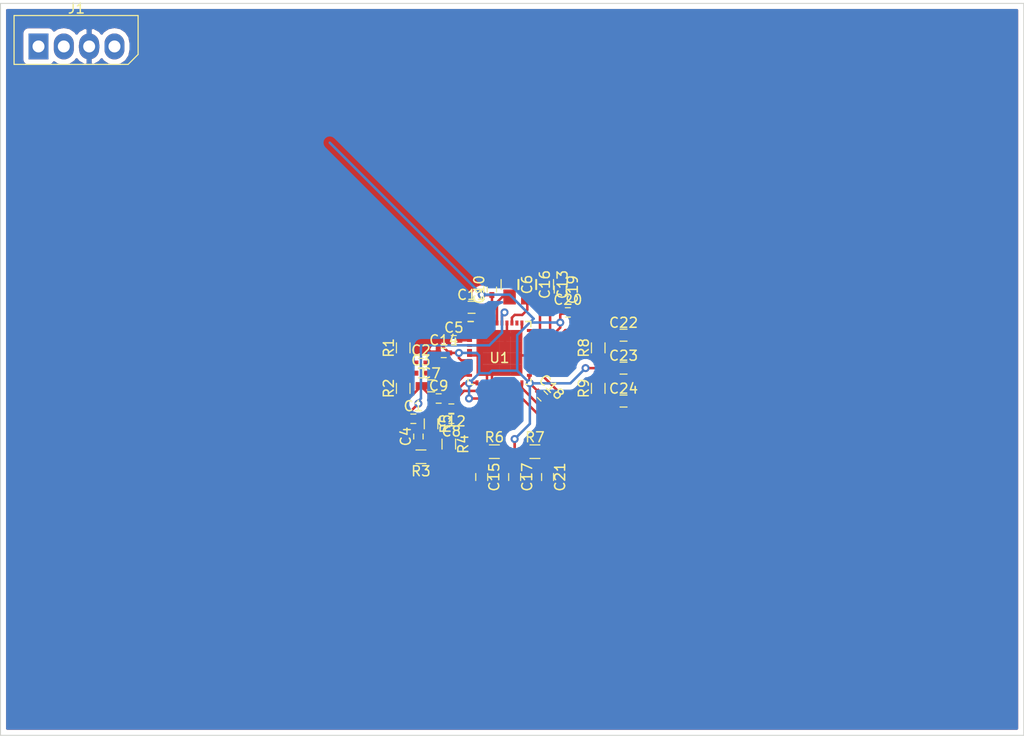
<source format=kicad_pcb>
(kicad_pcb (version 20171130) (host pcbnew "(2017-12-24 revision 570866557)-makepkg")

  (general
    (thickness 1.6)
    (drawings 4)
    (tracks 224)
    (zones 0)
    (modules 35)
    (nets 37)
  )

  (page A4)
  (layers
    (0 F.Cu signal)
    (31 B.Cu signal)
    (32 B.Adhes user)
    (33 F.Adhes user)
    (34 B.Paste user)
    (35 F.Paste user)
    (36 B.SilkS user)
    (37 F.SilkS user)
    (38 B.Mask user)
    (39 F.Mask user)
    (40 Dwgs.User user)
    (41 Cmts.User user)
    (42 Eco1.User user)
    (43 Eco2.User user)
    (44 Edge.Cuts user)
    (45 Margin user)
    (46 B.CrtYd user)
    (47 F.CrtYd user)
    (48 B.Fab user)
    (49 F.Fab user)
  )

  (setup
    (last_trace_width 0.25)
    (trace_clearance 0.2)
    (zone_clearance 0.508)
    (zone_45_only yes)
    (trace_min 0.2)
    (segment_width 0.2)
    (edge_width 0.1)
    (via_size 0.8)
    (via_drill 0.4)
    (via_min_size 0.4)
    (via_min_drill 0.3)
    (uvia_size 0.3)
    (uvia_drill 0.1)
    (uvias_allowed no)
    (uvia_min_size 0.2)
    (uvia_min_drill 0.1)
    (pcb_text_width 0.3)
    (pcb_text_size 1.5 1.5)
    (mod_edge_width 0.15)
    (mod_text_size 1 1)
    (mod_text_width 0.15)
    (pad_size 1.5 1.5)
    (pad_drill 0.6)
    (pad_to_mask_clearance 0)
    (aux_axis_origin 0 0)
    (visible_elements FFFDFF7F)
    (pcbplotparams
      (layerselection 0x010fc_ffffffff)
      (usegerberextensions false)
      (usegerberattributes false)
      (usegerberadvancedattributes false)
      (creategerberjobfile false)
      (excludeedgelayer true)
      (linewidth 0.100000)
      (plotframeref false)
      (viasonmask false)
      (mode 1)
      (useauxorigin false)
      (hpglpennumber 1)
      (hpglpenspeed 20)
      (hpglpendiameter 15)
      (psnegative false)
      (psa4output false)
      (plotreference true)
      (plotvalue true)
      (plotinvisibletext false)
      (padsonsilk false)
      (subtractmaskfromsilk false)
      (outputformat 1)
      (mirror false)
      (drillshape 1)
      (scaleselection 1)
      (outputdirectory ""))
  )

  (net 0 "")
  (net 1 0)
  (net 2 "Net-(C5-Pad2)")
  (net 3 "Net-(U1-Pad5)")
  (net 4 /HF_VCO/Vcc)
  (net 5 "Net-(C2-Pad2)")
  (net 6 "Net-(C3-Pad2)")
  (net 7 "Net-(C7-Pad2)")
  (net 8 "Net-(C12-Pad1)")
  (net 9 /HF_VCO/SCK)
  (net 10 /HF_VCO/SDI)
  (net 11 "Net-(C15-Pad1)")
  (net 12 "Net-(C21-Pad1)")
  (net 13 /HF_VCO/MUXout)
  (net 14 "Net-(C24-Pad1)")
  (net 15 "Net-(C22-Pad1)")
  (net 16 /HF_VCO/CSB)
  (net 17 "Net-(C19-Pad2)")
  (net 18 "Net-(U1-Pad28)")
  (net 19 "Net-(C13-Pad2)")
  (net 20 "Net-(U1-Pad30)")
  (net 21 "Net-(U1-Pad32)")
  (net 22 "Net-(C16-Pad2)")
  (net 23 /HF_VCO/Vtune)
  (net 24 "Net-(C6-Pad2)")
  (net 25 "Net-(C11-Pad2)")
  (net 26 "Net-(C4-Pad1)")
  (net 27 "Net-(C8-Pad2)")
  (net 28 "Net-(C1-Pad2)")
  (net 29 /HF_VCO/OSCinM)
  (net 30 /HF_VCO/OSCinP)
  (net 31 /HF_VCO/RFoutAP)
  (net 32 /HF_VCO/RFoutBP)
  (net 33 /HF_VCO/RFoutAM)
  (net 34 /HF_VCO/RFoutBM)
  (net 35 "Net-(J1-Pad1)")
  (net 36 "Net-(J1-Pad2)")

  (net_class Default "This is the default net class."
    (clearance 0.2)
    (trace_width 0.25)
    (via_dia 0.8)
    (via_drill 0.4)
    (uvia_dia 0.3)
    (uvia_drill 0.1)
    (add_net /HF_VCO/CSB)
    (add_net /HF_VCO/MUXout)
    (add_net /HF_VCO/OSCinM)
    (add_net /HF_VCO/OSCinP)
    (add_net /HF_VCO/RFoutAM)
    (add_net /HF_VCO/RFoutAP)
    (add_net /HF_VCO/RFoutBM)
    (add_net /HF_VCO/RFoutBP)
    (add_net /HF_VCO/SCK)
    (add_net /HF_VCO/SDI)
    (add_net /HF_VCO/Vcc)
    (add_net /HF_VCO/Vtune)
    (add_net 0)
    (add_net "Net-(C1-Pad2)")
    (add_net "Net-(C11-Pad2)")
    (add_net "Net-(C12-Pad1)")
    (add_net "Net-(C13-Pad2)")
    (add_net "Net-(C15-Pad1)")
    (add_net "Net-(C16-Pad2)")
    (add_net "Net-(C19-Pad2)")
    (add_net "Net-(C2-Pad2)")
    (add_net "Net-(C21-Pad1)")
    (add_net "Net-(C22-Pad1)")
    (add_net "Net-(C24-Pad1)")
    (add_net "Net-(C3-Pad2)")
    (add_net "Net-(C4-Pad1)")
    (add_net "Net-(C5-Pad2)")
    (add_net "Net-(C6-Pad2)")
    (add_net "Net-(C7-Pad2)")
    (add_net "Net-(C8-Pad2)")
    (add_net "Net-(J1-Pad1)")
    (add_net "Net-(J1-Pad2)")
    (add_net "Net-(U1-Pad28)")
    (add_net "Net-(U1-Pad30)")
    (add_net "Net-(U1-Pad32)")
    (add_net "Net-(U1-Pad5)")
  )

  (module Footprint:LMX2582 (layer F.Cu) (tedit 5A433464) (tstamp 5A56607A)
    (at 169.926 69.088)
    (descr "40-Lead Plastic Quad Flat, No Lead Package (ML) - 6x6x0.9mm Body [QFN]; (see Microchip Packaging Specification 00000049BS.pdf)")
    (tags "QFN 0.5")
    (path /5A451F81/5A4CDDEC)
    (attr smd)
    (fp_text reference U1 (at 0 0.5) (layer F.SilkS)
      (effects (font (size 1 1) (thickness 0.15)))
    )
    (fp_text value LMX2582 (at 0 -0.5) (layer F.Fab)
      (effects (font (size 1 1) (thickness 0.15)))
    )
    (fp_line (start -2 -3) (end 3 -3) (layer F.Fab) (width 0.15))
    (fp_line (start 3 -3) (end 3 3) (layer F.Fab) (width 0.15))
    (fp_line (start 3 3) (end -3 3) (layer F.Fab) (width 0.15))
    (fp_line (start -3 3) (end -3 -2) (layer F.Fab) (width 0.15))
    (fp_line (start -3 -2) (end -2 -3) (layer F.Fab) (width 0.15))
    (fp_line (start -3.5 -3.5) (end -3.5 3.5) (layer F.CrtYd) (width 0.05))
    (fp_line (start 3.5 -3.5) (end 3.5 3.5) (layer F.CrtYd) (width 0.05))
    (fp_line (start -3.5 -3.5) (end 3.5 -3.5) (layer F.CrtYd) (width 0.05))
    (fp_line (start -3.5 3.5) (end 3.5 3.5) (layer F.CrtYd) (width 0.05))
    (fp_line (start 3.15 -3.15) (end 3.15 -2.625) (layer F.SilkS) (width 0.15))
    (fp_line (start -3.15 3.15) (end -3.15 2.625) (layer F.SilkS) (width 0.15))
    (fp_line (start 3.15 3.15) (end 3.15 2.625) (layer F.SilkS) (width 0.15))
    (fp_line (start -3.15 -3.15) (end -2.625 -3.15) (layer F.SilkS) (width 0.15))
    (fp_line (start -3.15 3.15) (end -2.625 3.15) (layer F.SilkS) (width 0.15))
    (fp_line (start 3.15 3.15) (end 2.625 3.15) (layer F.SilkS) (width 0.15))
    (fp_line (start 3.15 -3.15) (end 2.625 -3.15) (layer F.SilkS) (width 0.15))
    (pad 1 smd rect (at -3 -2.25) (size 0.5 0.3) (layers F.Cu F.Paste F.Mask)
      (net 4 /HF_VCO/Vcc))
    (pad 2 smd rect (at -3 -1.75) (size 0.5 0.3) (layers F.Cu F.Paste F.Mask)
      (net 1 0))
    (pad 3 smd rect (at -3 -1.25) (size 0.5 0.3) (layers F.Cu F.Paste F.Mask)
      (net 2 "Net-(C5-Pad2)"))
    (pad 4 smd rect (at -3 -0.75) (size 0.5 0.3) (layers F.Cu F.Paste F.Mask)
      (net 1 0))
    (pad 5 smd rect (at -3 -0.25) (size 0.5 0.3) (layers F.Cu F.Paste F.Mask)
      (net 3 "Net-(U1-Pad5)"))
    (pad 6 smd rect (at -3 0.25) (size 0.5 0.3) (layers F.Cu F.Paste F.Mask)
      (net 1 0))
    (pad 7 smd rect (at -3 0.75) (size 0.5 0.3) (layers F.Cu F.Paste F.Mask)
      (net 4 /HF_VCO/Vcc))
    (pad 8 smd rect (at -3 1.25) (size 0.5 0.3) (layers F.Cu F.Paste F.Mask)
      (net 5 "Net-(C2-Pad2)"))
    (pad 9 smd rect (at -3 1.75) (size 0.5 0.3) (layers F.Cu F.Paste F.Mask)
      (net 6 "Net-(C3-Pad2)"))
    (pad 10 smd rect (at -3 2.25) (size 0.5 0.3) (layers F.Cu F.Paste F.Mask)
      (net 7 "Net-(C7-Pad2)"))
    (pad 11 smd rect (at -2.25 3 90) (size 0.5 0.3) (layers F.Cu F.Paste F.Mask)
      (net 4 /HF_VCO/Vcc))
    (pad 12 smd rect (at -1.75 3 90) (size 0.5 0.3) (layers F.Cu F.Paste F.Mask)
      (net 8 "Net-(C12-Pad1)"))
    (pad 13 smd rect (at -1.25 3 90) (size 0.5 0.3) (layers F.Cu F.Paste F.Mask)
      (net 1 0))
    (pad 14 smd rect (at -0.75 3 90) (size 0.5 0.3) (layers F.Cu F.Paste F.Mask)
      (net 1 0))
    (pad 15 smd rect (at -0.25 3 90) (size 0.5 0.3) (layers F.Cu F.Paste F.Mask)
      (net 4 /HF_VCO/Vcc))
    (pad 16 smd rect (at 0.25 3 90) (size 0.5 0.3) (layers F.Cu F.Paste F.Mask)
      (net 9 /HF_VCO/SCK))
    (pad 17 smd rect (at 0.75 3 90) (size 0.5 0.3) (layers F.Cu F.Paste F.Mask)
      (net 10 /HF_VCO/SDI))
    (pad 18 smd rect (at 1.25 3 90) (size 0.5 0.3) (layers F.Cu F.Paste F.Mask)
      (net 11 "Net-(C15-Pad1)"))
    (pad 19 smd rect (at 1.75 3 90) (size 0.5 0.3) (layers F.Cu F.Paste F.Mask)
      (net 12 "Net-(C21-Pad1)"))
    (pad 20 smd rect (at 2.25 3 90) (size 0.5 0.3) (layers F.Cu F.Paste F.Mask)
      (net 13 /HF_VCO/MUXout))
    (pad 21 smd rect (at 3 2.25) (size 0.5 0.3) (layers F.Cu F.Paste F.Mask)
      (net 4 /HF_VCO/Vcc))
    (pad 22 smd rect (at 3 1.75) (size 0.5 0.3) (layers F.Cu F.Paste F.Mask)
      (net 14 "Net-(C24-Pad1)"))
    (pad 23 smd rect (at 3 1.25) (size 0.5 0.3) (layers F.Cu F.Paste F.Mask)
      (net 15 "Net-(C22-Pad1)"))
    (pad 24 smd rect (at 3 0.75) (size 0.5 0.3) (layers F.Cu F.Paste F.Mask)
      (net 16 /HF_VCO/CSB))
    (pad 25 smd rect (at 3 0.25) (size 0.5 0.3) (layers F.Cu F.Paste F.Mask)
      (net 1 0))
    (pad 26 smd rect (at 3 -0.25) (size 0.5 0.3) (layers F.Cu F.Paste F.Mask)
      (net 4 /HF_VCO/Vcc))
    (pad 27 smd rect (at 3 -0.75) (size 0.5 0.3) (layers F.Cu F.Paste F.Mask)
      (net 17 "Net-(C19-Pad2)"))
    (pad 28 smd rect (at 3 -1.25) (size 0.5 0.3) (layers F.Cu F.Paste F.Mask)
      (net 18 "Net-(U1-Pad28)"))
    (pad 29 smd rect (at 3 -1.75) (size 0.5 0.3) (layers F.Cu F.Paste F.Mask)
      (net 19 "Net-(C13-Pad2)"))
    (pad 30 smd rect (at 3 -2.25) (size 0.5 0.3) (layers F.Cu F.Paste F.Mask)
      (net 20 "Net-(U1-Pad30)"))
    (pad 31 smd rect (at 2.25 -3 90) (size 0.5 0.3) (layers F.Cu F.Paste F.Mask)
      (net 1 0))
    (pad 32 smd rect (at 1.75 -3 90) (size 0.5 0.3) (layers F.Cu F.Paste F.Mask)
      (net 21 "Net-(U1-Pad32)"))
    (pad 33 smd rect (at 1.25 -3 90) (size 0.5 0.3) (layers F.Cu F.Paste F.Mask)
      (net 22 "Net-(C16-Pad2)"))
    (pad 34 smd rect (at 0.75 -3 90) (size 0.5 0.3) (layers F.Cu F.Paste F.Mask)
      (net 1 0))
    (pad 35 smd rect (at 0.25 -3 90) (size 0.5 0.3) (layers F.Cu F.Paste F.Mask)
      (net 23 /HF_VCO/Vtune))
    (pad 36 smd rect (at -0.25 -3 90) (size 0.5 0.3) (layers F.Cu F.Paste F.Mask)
      (net 24 "Net-(C6-Pad2)"))
    (pad 37 smd rect (at -0.75 -3 90) (size 0.5 0.3) (layers F.Cu F.Paste F.Mask)
      (net 4 /HF_VCO/Vcc))
    (pad 38 smd rect (at -1.25 -3 90) (size 0.5 0.3) (layers F.Cu F.Paste F.Mask)
      (net 25 "Net-(C11-Pad2)"))
    (pad 39 smd rect (at -1.75 -3 90) (size 0.5 0.3) (layers F.Cu F.Paste F.Mask)
      (net 1 0))
    (pad 40 smd rect (at -2.25 -3 90) (size 0.5 0.3) (layers F.Cu F.Paste F.Mask)
      (net 1 0))
    (pad 41 smd rect (at 1.725 1.725) (size 1.15 1.15) (layers F.Cu F.Paste F.Mask)
      (net 1 0) (solder_paste_margin_ratio -0.2))
    (pad 41 smd rect (at 1.725 0.575) (size 1.15 1.15) (layers F.Cu F.Paste F.Mask)
      (net 1 0) (solder_paste_margin_ratio -0.2))
    (pad 41 smd rect (at 1.725 -0.575) (size 1.15 1.15) (layers F.Cu F.Paste F.Mask)
      (net 1 0) (solder_paste_margin_ratio -0.2))
    (pad 41 smd rect (at 1.725 -1.725) (size 1.15 1.15) (layers F.Cu F.Paste F.Mask)
      (net 1 0) (solder_paste_margin_ratio -0.2))
    (pad 41 smd rect (at 0.575 1.725) (size 1.15 1.15) (layers F.Cu F.Paste F.Mask)
      (net 1 0) (solder_paste_margin_ratio -0.2))
    (pad 41 smd rect (at 0.575 0.575) (size 1.15 1.15) (layers F.Cu F.Paste F.Mask)
      (net 1 0) (solder_paste_margin_ratio -0.2))
    (pad 41 smd rect (at 0.575 -0.575) (size 1.15 1.15) (layers F.Cu F.Paste F.Mask)
      (net 1 0) (solder_paste_margin_ratio -0.2))
    (pad 41 smd rect (at 0.575 -1.725) (size 1.15 1.15) (layers F.Cu F.Paste F.Mask)
      (net 1 0) (solder_paste_margin_ratio -0.2))
    (pad 41 smd rect (at -0.575 1.725) (size 1.15 1.15) (layers F.Cu F.Paste F.Mask)
      (net 1 0) (solder_paste_margin_ratio -0.2))
    (pad 41 smd rect (at -0.575 0.575) (size 1.15 1.15) (layers F.Cu F.Paste F.Mask)
      (net 1 0) (solder_paste_margin_ratio -0.2))
    (pad 41 smd rect (at -0.575 -0.575) (size 1.15 1.15) (layers F.Cu F.Paste F.Mask)
      (net 1 0) (solder_paste_margin_ratio -0.2))
    (pad 41 smd rect (at -0.575 -1.725) (size 1.15 1.15) (layers F.Cu F.Paste F.Mask)
      (net 1 0) (solder_paste_margin_ratio -0.2))
    (pad 41 smd rect (at -1.725 1.725) (size 1.15 1.15) (layers F.Cu F.Paste F.Mask)
      (net 1 0) (solder_paste_margin_ratio -0.2))
    (pad 41 smd rect (at -1.725 0.575) (size 1.15 1.15) (layers F.Cu F.Paste F.Mask)
      (net 1 0) (solder_paste_margin_ratio -0.2))
    (pad 41 smd rect (at -1.725 -0.575) (size 1.15 1.15) (layers F.Cu F.Paste F.Mask)
      (net 1 0) (solder_paste_margin_ratio -0.2))
    (pad 41 smd rect (at -1.725 -1.725) (size 1.15 1.15) (layers F.Cu F.Paste F.Mask)
      (net 1 0) (solder_paste_margin_ratio -0.2))
    (model ${KIPRJMOD}/PartLibraries/CAD/LMX2582.wrl
      (at (xyz 0 0 0))
      (scale (xyz 1 1 1))
      (rotate (xyz 0 0 0))
    )
  )

  (module Connectors_Molex:Molex_SPOX-5267_22-03-5045_04x2.54mm_Straight (layer F.Cu) (tedit 588F1F7F) (tstamp 5A6ECB79)
    (at 123.698 38.354)
    (descr "Connector Headers with Friction Lock, 22-03-5045, http://www.molex.com/pdm_docs/ps/PS-5264-001-001.pdf")
    (tags "connector molex SPOX 5267 22-03-5045")
    (path /5A675ED7)
    (fp_text reference J1 (at 3.81 -3.81) (layer F.SilkS)
      (effects (font (size 1 1) (thickness 0.15)))
    )
    (fp_text value Conn_01x04 (at 3.81 2.54) (layer F.Fab)
      (effects (font (size 1 1) (thickness 0.15)))
    )
    (fp_line (start 8.99 1.8) (end 9.99 0.8) (layer F.SilkS) (width 0.12))
    (fp_line (start -2.45 -3.1) (end -2.45 1.8) (layer F.SilkS) (width 0.12))
    (fp_line (start -2.45 1.8) (end 8.99 1.8) (layer F.SilkS) (width 0.12))
    (fp_line (start 9.99 0.8) (end 9.99 -3.1) (layer F.SilkS) (width 0.12))
    (fp_line (start 9.99 -3.1) (end -2.45 -3.1) (layer F.SilkS) (width 0.12))
    (fp_line (start -2.5 1.85) (end -2.5 -3.15) (layer F.CrtYd) (width 0.05))
    (fp_line (start -2.5 -3.15) (end 10.04 -3.15) (layer F.CrtYd) (width 0.05))
    (fp_line (start 10.04 -3.15) (end 10.04 1.85) (layer F.CrtYd) (width 0.05))
    (fp_line (start 10.04 1.85) (end -2.5 1.85) (layer F.CrtYd) (width 0.05))
    (fp_line (start 9.89 -3) (end -2.35 -3) (layer F.Fab) (width 0.1))
    (fp_line (start 9.89 0.7) (end 9.89 -3) (layer F.Fab) (width 0.1))
    (fp_line (start 8.89 1.7) (end 9.89 0.7) (layer F.Fab) (width 0.1))
    (fp_line (start -2.35 1.7) (end 8.89 1.7) (layer F.Fab) (width 0.1))
    (fp_line (start -2.35 -3) (end -2.35 1.7) (layer F.Fab) (width 0.1))
    (pad 1 thru_hole rect (at 0 0) (size 2 2.6) (drill 1.2) (layers *.Cu *.Mask)
      (net 35 "Net-(J1-Pad1)"))
    (pad 2 thru_hole oval (at 2.54 0) (size 2 2.6) (drill 1.2) (layers *.Cu *.Mask)
      (net 36 "Net-(J1-Pad2)"))
    (pad 3 thru_hole oval (at 5.08 0) (size 2 2.6) (drill 1.2) (layers *.Cu *.Mask)
      (net 1 0))
    (pad 4 thru_hole oval (at 7.62 0) (size 2 2.6) (drill 1.2) (layers *.Cu *.Mask)
      (net 4 /HF_VCO/Vcc))
    (model ${KISYS3DMOD}/Connectors_Molex.3dshapes/Molex_SPOX-5267_22-03-5045_04x2.54mm_Straight.wrl
      (offset (xyz 3.809999942779541 0.5999987909889222 2.899994156446457))
      (scale (xyz 1 1 1))
      (rotate (xyz -90 0 180))
    )
  )

  (module Footprint:C0402C104K8PACTU (layer F.Cu) (tedit 5A433ACF) (tstamp 5A5662AB)
    (at 162.052 70.104)
    (descr "Capacitor SMD 0402, reflow soldering, AVX (see smccp.pdf)")
    (tags "capacitor 0402")
    (path /5A451F81/5A43789E)
    (attr smd)
    (fp_text reference C2 (at 0 -1.27) (layer F.SilkS)
      (effects (font (size 1 1) (thickness 0.15)))
    )
    (fp_text value 0.1u (at 0 1.27) (layer F.Fab)
      (effects (font (size 1 1) (thickness 0.15)))
    )
    (fp_line (start 1 0.4) (end -1 0.4) (layer F.CrtYd) (width 0.05))
    (fp_line (start 1 0.4) (end 1 -0.4) (layer F.CrtYd) (width 0.05))
    (fp_line (start -1 -0.4) (end -1 0.4) (layer F.CrtYd) (width 0.05))
    (fp_line (start -1 -0.4) (end 1 -0.4) (layer F.CrtYd) (width 0.05))
    (fp_line (start -0.25 0.47) (end 0.25 0.47) (layer F.SilkS) (width 0.12))
    (fp_line (start 0.25 -0.47) (end -0.25 -0.47) (layer F.SilkS) (width 0.12))
    (fp_line (start -0.5 -0.25) (end 0.5 -0.25) (layer F.Fab) (width 0.1))
    (fp_line (start 0.5 -0.25) (end 0.5 0.25) (layer F.Fab) (width 0.1))
    (fp_line (start 0.5 0.25) (end -0.5 0.25) (layer F.Fab) (width 0.1))
    (fp_line (start -0.5 0.25) (end -0.5 -0.25) (layer F.Fab) (width 0.1))
    (fp_text user %R (at 0 -1.27) (layer F.Fab)
      (effects (font (size 1 1) (thickness 0.15)))
    )
    (pad 2 smd rect (at 0.55 0) (size 0.6 0.5) (layers F.Cu F.Paste F.Mask)
      (net 5 "Net-(C2-Pad2)"))
    (pad 1 smd rect (at -0.55 0) (size 0.6 0.5) (layers F.Cu F.Paste F.Mask)
      (net 30 /HF_VCO/OSCinP))
    (model ${KIPRJMOD}/PartLibraries/CAD/C0402C104K8PACTU.step
      (offset (xyz -0.53 -0.28 0))
      (scale (xyz 1 1 1))
      (rotate (xyz -90 0 0))
    )
  )

  (module Footprint:C0402C104K8PACTU (layer F.Cu) (tedit 5A433ACF) (tstamp 5A56629A)
    (at 162.052 71.12)
    (descr "Capacitor SMD 0402, reflow soldering, AVX (see smccp.pdf)")
    (tags "capacitor 0402")
    (path /5A451F81/5A4376F5)
    (attr smd)
    (fp_text reference C3 (at 0 -1.27) (layer F.SilkS)
      (effects (font (size 1 1) (thickness 0.15)))
    )
    (fp_text value 0.1u (at 0 1.27) (layer F.Fab)
      (effects (font (size 1 1) (thickness 0.15)))
    )
    (fp_text user %R (at 0 -1.27) (layer F.Fab)
      (effects (font (size 1 1) (thickness 0.15)))
    )
    (fp_line (start -0.5 0.25) (end -0.5 -0.25) (layer F.Fab) (width 0.1))
    (fp_line (start 0.5 0.25) (end -0.5 0.25) (layer F.Fab) (width 0.1))
    (fp_line (start 0.5 -0.25) (end 0.5 0.25) (layer F.Fab) (width 0.1))
    (fp_line (start -0.5 -0.25) (end 0.5 -0.25) (layer F.Fab) (width 0.1))
    (fp_line (start 0.25 -0.47) (end -0.25 -0.47) (layer F.SilkS) (width 0.12))
    (fp_line (start -0.25 0.47) (end 0.25 0.47) (layer F.SilkS) (width 0.12))
    (fp_line (start -1 -0.4) (end 1 -0.4) (layer F.CrtYd) (width 0.05))
    (fp_line (start -1 -0.4) (end -1 0.4) (layer F.CrtYd) (width 0.05))
    (fp_line (start 1 0.4) (end 1 -0.4) (layer F.CrtYd) (width 0.05))
    (fp_line (start 1 0.4) (end -1 0.4) (layer F.CrtYd) (width 0.05))
    (pad 1 smd rect (at -0.55 0) (size 0.6 0.5) (layers F.Cu F.Paste F.Mask)
      (net 29 /HF_VCO/OSCinM))
    (pad 2 smd rect (at 0.55 0) (size 0.6 0.5) (layers F.Cu F.Paste F.Mask)
      (net 6 "Net-(C3-Pad2)"))
    (model ${KIPRJMOD}/PartLibraries/CAD/C0402C104K8PACTU.step
      (offset (xyz -0.53 -0.28 0))
      (scale (xyz 1 1 1))
      (rotate (xyz -90 0 0))
    )
  )

  (module Footprint:C0402C104K8PACTU (layer F.Cu) (tedit 5A433ACF) (tstamp 5A566289)
    (at 161.798 77.47 90)
    (descr "Capacitor SMD 0402, reflow soldering, AVX (see smccp.pdf)")
    (tags "capacitor 0402")
    (path /5A451F81/5A43756B)
    (attr smd)
    (fp_text reference C4 (at 0 -1.27 90) (layer F.SilkS)
      (effects (font (size 1 1) (thickness 0.15)))
    )
    (fp_text value 0.1u (at 0 1.27 90) (layer F.Fab)
      (effects (font (size 1 1) (thickness 0.15)))
    )
    (fp_line (start 1 0.4) (end -1 0.4) (layer F.CrtYd) (width 0.05))
    (fp_line (start 1 0.4) (end 1 -0.4) (layer F.CrtYd) (width 0.05))
    (fp_line (start -1 -0.4) (end -1 0.4) (layer F.CrtYd) (width 0.05))
    (fp_line (start -1 -0.4) (end 1 -0.4) (layer F.CrtYd) (width 0.05))
    (fp_line (start -0.25 0.47) (end 0.25 0.47) (layer F.SilkS) (width 0.12))
    (fp_line (start 0.25 -0.47) (end -0.25 -0.47) (layer F.SilkS) (width 0.12))
    (fp_line (start -0.5 -0.25) (end 0.5 -0.25) (layer F.Fab) (width 0.1))
    (fp_line (start 0.5 -0.25) (end 0.5 0.25) (layer F.Fab) (width 0.1))
    (fp_line (start 0.5 0.25) (end -0.5 0.25) (layer F.Fab) (width 0.1))
    (fp_line (start -0.5 0.25) (end -0.5 -0.25) (layer F.Fab) (width 0.1))
    (fp_text user %R (at 0 -1.27 90) (layer F.Fab)
      (effects (font (size 1 1) (thickness 0.15)))
    )
    (pad 2 smd rect (at 0.55 0 90) (size 0.6 0.5) (layers F.Cu F.Paste F.Mask)
      (net 28 "Net-(C1-Pad2)"))
    (pad 1 smd rect (at -0.55 0 90) (size 0.6 0.5) (layers F.Cu F.Paste F.Mask)
      (net 26 "Net-(C4-Pad1)"))
    (model ${KIPRJMOD}/PartLibraries/CAD/C0402C104K8PACTU.step
      (offset (xyz -0.53 -0.28 0))
      (scale (xyz 1 1 1))
      (rotate (xyz -90 0 0))
    )
  )

  (module Footprint:C0402C104K8PACTU (layer F.Cu) (tedit 5A433ACF) (tstamp 5A566278)
    (at 165.354 67.818)
    (descr "Capacitor SMD 0402, reflow soldering, AVX (see smccp.pdf)")
    (tags "capacitor 0402")
    (path /5A451F81/5A437904)
    (attr smd)
    (fp_text reference C5 (at 0 -1.27) (layer F.SilkS)
      (effects (font (size 1 1) (thickness 0.15)))
    )
    (fp_text value 0.1u (at 0 1.27) (layer F.Fab)
      (effects (font (size 1 1) (thickness 0.15)))
    )
    (fp_text user %R (at 0 -1.27) (layer F.Fab)
      (effects (font (size 1 1) (thickness 0.15)))
    )
    (fp_line (start -0.5 0.25) (end -0.5 -0.25) (layer F.Fab) (width 0.1))
    (fp_line (start 0.5 0.25) (end -0.5 0.25) (layer F.Fab) (width 0.1))
    (fp_line (start 0.5 -0.25) (end 0.5 0.25) (layer F.Fab) (width 0.1))
    (fp_line (start -0.5 -0.25) (end 0.5 -0.25) (layer F.Fab) (width 0.1))
    (fp_line (start 0.25 -0.47) (end -0.25 -0.47) (layer F.SilkS) (width 0.12))
    (fp_line (start -0.25 0.47) (end 0.25 0.47) (layer F.SilkS) (width 0.12))
    (fp_line (start -1 -0.4) (end 1 -0.4) (layer F.CrtYd) (width 0.05))
    (fp_line (start -1 -0.4) (end -1 0.4) (layer F.CrtYd) (width 0.05))
    (fp_line (start 1 0.4) (end 1 -0.4) (layer F.CrtYd) (width 0.05))
    (fp_line (start 1 0.4) (end -1 0.4) (layer F.CrtYd) (width 0.05))
    (pad 1 smd rect (at -0.55 0) (size 0.6 0.5) (layers F.Cu F.Paste F.Mask)
      (net 1 0))
    (pad 2 smd rect (at 0.55 0) (size 0.6 0.5) (layers F.Cu F.Paste F.Mask)
      (net 2 "Net-(C5-Pad2)"))
    (model ${KIPRJMOD}/PartLibraries/CAD/C0402C104K8PACTU.step
      (offset (xyz -0.53 -0.28 0))
      (scale (xyz 1 1 1))
      (rotate (xyz -90 0 0))
    )
  )

  (module Footprint:C0402C104K8PACTU (layer F.Cu) (tedit 5A433ACF) (tstamp 5A566267)
    (at 165.1 75.692 180)
    (descr "Capacitor SMD 0402, reflow soldering, AVX (see smccp.pdf)")
    (tags "capacitor 0402")
    (path /5A451F81/5A437509)
    (attr smd)
    (fp_text reference C8 (at 0 -1.27 180) (layer F.SilkS)
      (effects (font (size 1 1) (thickness 0.15)))
    )
    (fp_text value 0.1u (at 0 1.27 180) (layer F.Fab)
      (effects (font (size 1 1) (thickness 0.15)))
    )
    (fp_line (start 1 0.4) (end -1 0.4) (layer F.CrtYd) (width 0.05))
    (fp_line (start 1 0.4) (end 1 -0.4) (layer F.CrtYd) (width 0.05))
    (fp_line (start -1 -0.4) (end -1 0.4) (layer F.CrtYd) (width 0.05))
    (fp_line (start -1 -0.4) (end 1 -0.4) (layer F.CrtYd) (width 0.05))
    (fp_line (start -0.25 0.47) (end 0.25 0.47) (layer F.SilkS) (width 0.12))
    (fp_line (start 0.25 -0.47) (end -0.25 -0.47) (layer F.SilkS) (width 0.12))
    (fp_line (start -0.5 -0.25) (end 0.5 -0.25) (layer F.Fab) (width 0.1))
    (fp_line (start 0.5 -0.25) (end 0.5 0.25) (layer F.Fab) (width 0.1))
    (fp_line (start 0.5 0.25) (end -0.5 0.25) (layer F.Fab) (width 0.1))
    (fp_line (start -0.5 0.25) (end -0.5 -0.25) (layer F.Fab) (width 0.1))
    (fp_text user %R (at 0 -1.27 180) (layer F.Fab)
      (effects (font (size 1 1) (thickness 0.15)))
    )
    (pad 2 smd rect (at 0.55 0 180) (size 0.6 0.5) (layers F.Cu F.Paste F.Mask)
      (net 27 "Net-(C8-Pad2)"))
    (pad 1 smd rect (at -0.55 0 180) (size 0.6 0.5) (layers F.Cu F.Paste F.Mask)
      (net 8 "Net-(C12-Pad1)"))
    (model ${KIPRJMOD}/PartLibraries/CAD/C0402C104K8PACTU.step
      (offset (xyz -0.53 -0.28 0))
      (scale (xyz 1 1 1))
      (rotate (xyz -90 0 0))
    )
  )

  (module Footprint:C0402C104K8PACTU (layer F.Cu) (tedit 5A433ACF) (tstamp 5A566256)
    (at 163.83 73.66)
    (descr "Capacitor SMD 0402, reflow soldering, AVX (see smccp.pdf)")
    (tags "capacitor 0402")
    (path /5A451F81/5A43873A)
    (attr smd)
    (fp_text reference C9 (at 0 -1.27) (layer F.SilkS)
      (effects (font (size 1 1) (thickness 0.15)))
    )
    (fp_text value 0.1u (at 0 1.27) (layer F.Fab)
      (effects (font (size 1 1) (thickness 0.15)))
    )
    (fp_text user %R (at 0 -1.27) (layer F.Fab)
      (effects (font (size 1 1) (thickness 0.15)))
    )
    (fp_line (start -0.5 0.25) (end -0.5 -0.25) (layer F.Fab) (width 0.1))
    (fp_line (start 0.5 0.25) (end -0.5 0.25) (layer F.Fab) (width 0.1))
    (fp_line (start 0.5 -0.25) (end 0.5 0.25) (layer F.Fab) (width 0.1))
    (fp_line (start -0.5 -0.25) (end 0.5 -0.25) (layer F.Fab) (width 0.1))
    (fp_line (start 0.25 -0.47) (end -0.25 -0.47) (layer F.SilkS) (width 0.12))
    (fp_line (start -0.25 0.47) (end 0.25 0.47) (layer F.SilkS) (width 0.12))
    (fp_line (start -1 -0.4) (end 1 -0.4) (layer F.CrtYd) (width 0.05))
    (fp_line (start -1 -0.4) (end -1 0.4) (layer F.CrtYd) (width 0.05))
    (fp_line (start 1 0.4) (end 1 -0.4) (layer F.CrtYd) (width 0.05))
    (fp_line (start 1 0.4) (end -1 0.4) (layer F.CrtYd) (width 0.05))
    (pad 1 smd rect (at -0.55 0) (size 0.6 0.5) (layers F.Cu F.Paste F.Mask)
      (net 1 0))
    (pad 2 smd rect (at 0.55 0) (size 0.6 0.5) (layers F.Cu F.Paste F.Mask)
      (net 4 /HF_VCO/Vcc))
    (model ${KIPRJMOD}/PartLibraries/CAD/C0402C104K8PACTU.step
      (offset (xyz -0.53 -0.28 0))
      (scale (xyz 1 1 1))
      (rotate (xyz -90 0 0))
    )
  )

  (module Footprint:C0402C104K8PACTU (layer F.Cu) (tedit 5A433ACF) (tstamp 5A566245)
    (at 169.164 62.738 90)
    (descr "Capacitor SMD 0402, reflow soldering, AVX (see smccp.pdf)")
    (tags "capacitor 0402")
    (path /5A451F81/5A433F7C)
    (attr smd)
    (fp_text reference C10 (at 0 -1.27 90) (layer F.SilkS)
      (effects (font (size 1 1) (thickness 0.15)))
    )
    (fp_text value 0.1u (at 0 1.27 90) (layer F.Fab)
      (effects (font (size 1 1) (thickness 0.15)))
    )
    (fp_line (start 1 0.4) (end -1 0.4) (layer F.CrtYd) (width 0.05))
    (fp_line (start 1 0.4) (end 1 -0.4) (layer F.CrtYd) (width 0.05))
    (fp_line (start -1 -0.4) (end -1 0.4) (layer F.CrtYd) (width 0.05))
    (fp_line (start -1 -0.4) (end 1 -0.4) (layer F.CrtYd) (width 0.05))
    (fp_line (start -0.25 0.47) (end 0.25 0.47) (layer F.SilkS) (width 0.12))
    (fp_line (start 0.25 -0.47) (end -0.25 -0.47) (layer F.SilkS) (width 0.12))
    (fp_line (start -0.5 -0.25) (end 0.5 -0.25) (layer F.Fab) (width 0.1))
    (fp_line (start 0.5 -0.25) (end 0.5 0.25) (layer F.Fab) (width 0.1))
    (fp_line (start 0.5 0.25) (end -0.5 0.25) (layer F.Fab) (width 0.1))
    (fp_line (start -0.5 0.25) (end -0.5 -0.25) (layer F.Fab) (width 0.1))
    (fp_text user %R (at 0 -1.27 90) (layer F.Fab)
      (effects (font (size 1 1) (thickness 0.15)))
    )
    (pad 2 smd rect (at 0.55 0 90) (size 0.6 0.5) (layers F.Cu F.Paste F.Mask)
      (net 1 0))
    (pad 1 smd rect (at -0.55 0 90) (size 0.6 0.5) (layers F.Cu F.Paste F.Mask)
      (net 4 /HF_VCO/Vcc))
    (model ${KIPRJMOD}/PartLibraries/CAD/C0402C104K8PACTU.step
      (offset (xyz -0.53 -0.28 0))
      (scale (xyz 1 1 1))
      (rotate (xyz -90 0 0))
    )
  )

  (module Footprint:C0402C104K8PACTU (layer F.Cu) (tedit 5A433ACF) (tstamp 5A566234)
    (at 165.1 74.676 180)
    (descr "Capacitor SMD 0402, reflow soldering, AVX (see smccp.pdf)")
    (tags "capacitor 0402")
    (path /5A451F81/5A4374B5)
    (attr smd)
    (fp_text reference C12 (at 0 -1.27 180) (layer F.SilkS)
      (effects (font (size 1 1) (thickness 0.15)))
    )
    (fp_text value 0.1u (at 0 1.27 180) (layer F.Fab)
      (effects (font (size 1 1) (thickness 0.15)))
    )
    (fp_text user %R (at 0 -1.27 180) (layer F.Fab)
      (effects (font (size 1 1) (thickness 0.15)))
    )
    (fp_line (start -0.5 0.25) (end -0.5 -0.25) (layer F.Fab) (width 0.1))
    (fp_line (start 0.5 0.25) (end -0.5 0.25) (layer F.Fab) (width 0.1))
    (fp_line (start 0.5 -0.25) (end 0.5 0.25) (layer F.Fab) (width 0.1))
    (fp_line (start -0.5 -0.25) (end 0.5 -0.25) (layer F.Fab) (width 0.1))
    (fp_line (start 0.25 -0.47) (end -0.25 -0.47) (layer F.SilkS) (width 0.12))
    (fp_line (start -0.25 0.47) (end 0.25 0.47) (layer F.SilkS) (width 0.12))
    (fp_line (start -1 -0.4) (end 1 -0.4) (layer F.CrtYd) (width 0.05))
    (fp_line (start -1 -0.4) (end -1 0.4) (layer F.CrtYd) (width 0.05))
    (fp_line (start 1 0.4) (end 1 -0.4) (layer F.CrtYd) (width 0.05))
    (fp_line (start 1 0.4) (end -1 0.4) (layer F.CrtYd) (width 0.05))
    (pad 1 smd rect (at -0.55 0 180) (size 0.6 0.5) (layers F.Cu F.Paste F.Mask)
      (net 8 "Net-(C12-Pad1)"))
    (pad 2 smd rect (at 0.55 0 180) (size 0.6 0.5) (layers F.Cu F.Paste F.Mask)
      (net 28 "Net-(C1-Pad2)"))
    (model ${KIPRJMOD}/PartLibraries/CAD/C0402C104K8PACTU.step
      (offset (xyz -0.53 -0.28 0))
      (scale (xyz 1 1 1))
      (rotate (xyz -90 0 0))
    )
  )

  (module Footprint:C0402C104K8PACTU (layer F.Cu) (tedit 5A433ACF) (tstamp 5A566223)
    (at 164.338 69.088)
    (descr "Capacitor SMD 0402, reflow soldering, AVX (see smccp.pdf)")
    (tags "capacitor 0402")
    (path /5A451F81/5A437411)
    (attr smd)
    (fp_text reference C14 (at 0 -1.27) (layer F.SilkS)
      (effects (font (size 1 1) (thickness 0.15)))
    )
    (fp_text value 0.1u (at 0 1.27) (layer F.Fab)
      (effects (font (size 1 1) (thickness 0.15)))
    )
    (fp_line (start 1 0.4) (end -1 0.4) (layer F.CrtYd) (width 0.05))
    (fp_line (start 1 0.4) (end 1 -0.4) (layer F.CrtYd) (width 0.05))
    (fp_line (start -1 -0.4) (end -1 0.4) (layer F.CrtYd) (width 0.05))
    (fp_line (start -1 -0.4) (end 1 -0.4) (layer F.CrtYd) (width 0.05))
    (fp_line (start -0.25 0.47) (end 0.25 0.47) (layer F.SilkS) (width 0.12))
    (fp_line (start 0.25 -0.47) (end -0.25 -0.47) (layer F.SilkS) (width 0.12))
    (fp_line (start -0.5 -0.25) (end 0.5 -0.25) (layer F.Fab) (width 0.1))
    (fp_line (start 0.5 -0.25) (end 0.5 0.25) (layer F.Fab) (width 0.1))
    (fp_line (start 0.5 0.25) (end -0.5 0.25) (layer F.Fab) (width 0.1))
    (fp_line (start -0.5 0.25) (end -0.5 -0.25) (layer F.Fab) (width 0.1))
    (fp_text user %R (at 0 -1.27) (layer F.Fab)
      (effects (font (size 1 1) (thickness 0.15)))
    )
    (pad 2 smd rect (at 0.55 0) (size 0.6 0.5) (layers F.Cu F.Paste F.Mask)
      (net 4 /HF_VCO/Vcc))
    (pad 1 smd rect (at -0.55 0) (size 0.6 0.5) (layers F.Cu F.Paste F.Mask)
      (net 1 0))
    (model ${KIPRJMOD}/PartLibraries/CAD/C0402C104K8PACTU.step
      (offset (xyz -0.53 -0.28 0))
      (scale (xyz 1 1 1))
      (rotate (xyz -90 0 0))
    )
  )

  (module Footprint:C0402C104K8PACTU (layer F.Cu) (tedit 5A433ACF) (tstamp 5A566212)
    (at 161.29 75.692)
    (descr "Capacitor SMD 0402, reflow soldering, AVX (see smccp.pdf)")
    (tags "capacitor 0402")
    (path /5A451F81/5A4375CB)
    (attr smd)
    (fp_text reference C1 (at 0 -1.27) (layer F.SilkS)
      (effects (font (size 1 1) (thickness 0.15)))
    )
    (fp_text value 0.1u (at 0 1.27) (layer F.Fab)
      (effects (font (size 1 1) (thickness 0.15)))
    )
    (fp_text user %R (at 0 -1.27) (layer F.Fab)
      (effects (font (size 1 1) (thickness 0.15)))
    )
    (fp_line (start -0.5 0.25) (end -0.5 -0.25) (layer F.Fab) (width 0.1))
    (fp_line (start 0.5 0.25) (end -0.5 0.25) (layer F.Fab) (width 0.1))
    (fp_line (start 0.5 -0.25) (end 0.5 0.25) (layer F.Fab) (width 0.1))
    (fp_line (start -0.5 -0.25) (end 0.5 -0.25) (layer F.Fab) (width 0.1))
    (fp_line (start 0.25 -0.47) (end -0.25 -0.47) (layer F.SilkS) (width 0.12))
    (fp_line (start -0.25 0.47) (end 0.25 0.47) (layer F.SilkS) (width 0.12))
    (fp_line (start -1 -0.4) (end 1 -0.4) (layer F.CrtYd) (width 0.05))
    (fp_line (start -1 -0.4) (end -1 0.4) (layer F.CrtYd) (width 0.05))
    (fp_line (start 1 0.4) (end 1 -0.4) (layer F.CrtYd) (width 0.05))
    (fp_line (start 1 0.4) (end -1 0.4) (layer F.CrtYd) (width 0.05))
    (pad 1 smd rect (at -0.55 0) (size 0.6 0.5) (layers F.Cu F.Paste F.Mask)
      (net 23 /HF_VCO/Vtune))
    (pad 2 smd rect (at 0.55 0) (size 0.6 0.5) (layers F.Cu F.Paste F.Mask)
      (net 28 "Net-(C1-Pad2)"))
    (model ${KIPRJMOD}/PartLibraries/CAD/C0402C104K8PACTU.step
      (offset (xyz -0.53 -0.28 0))
      (scale (xyz 1 1 1))
      (rotate (xyz -90 0 0))
    )
  )

  (module Footprint:C0402C104K8PACTU (layer F.Cu) (tedit 5A433ACF) (tstamp 5A566201)
    (at 176.784 65.024)
    (descr "Capacitor SMD 0402, reflow soldering, AVX (see smccp.pdf)")
    (tags "capacitor 0402")
    (path /5A451F81/5A437184)
    (attr smd)
    (fp_text reference C20 (at 0 -1.27) (layer F.SilkS)
      (effects (font (size 1 1) (thickness 0.15)))
    )
    (fp_text value 0.1u (at 0 1.27) (layer F.Fab)
      (effects (font (size 1 1) (thickness 0.15)))
    )
    (fp_line (start 1 0.4) (end -1 0.4) (layer F.CrtYd) (width 0.05))
    (fp_line (start 1 0.4) (end 1 -0.4) (layer F.CrtYd) (width 0.05))
    (fp_line (start -1 -0.4) (end -1 0.4) (layer F.CrtYd) (width 0.05))
    (fp_line (start -1 -0.4) (end 1 -0.4) (layer F.CrtYd) (width 0.05))
    (fp_line (start -0.25 0.47) (end 0.25 0.47) (layer F.SilkS) (width 0.12))
    (fp_line (start 0.25 -0.47) (end -0.25 -0.47) (layer F.SilkS) (width 0.12))
    (fp_line (start -0.5 -0.25) (end 0.5 -0.25) (layer F.Fab) (width 0.1))
    (fp_line (start 0.5 -0.25) (end 0.5 0.25) (layer F.Fab) (width 0.1))
    (fp_line (start 0.5 0.25) (end -0.5 0.25) (layer F.Fab) (width 0.1))
    (fp_line (start -0.5 0.25) (end -0.5 -0.25) (layer F.Fab) (width 0.1))
    (fp_text user %R (at 0 -1.27) (layer F.Fab)
      (effects (font (size 1 1) (thickness 0.15)))
    )
    (pad 2 smd rect (at 0.55 0) (size 0.6 0.5) (layers F.Cu F.Paste F.Mask)
      (net 1 0))
    (pad 1 smd rect (at -0.55 0) (size 0.6 0.5) (layers F.Cu F.Paste F.Mask)
      (net 4 /HF_VCO/Vcc))
    (model ${KIPRJMOD}/PartLibraries/CAD/C0402C104K8PACTU.step
      (offset (xyz -0.53 -0.28 0))
      (scale (xyz 1 1 1))
      (rotate (xyz -90 0 0))
    )
  )

  (module Footprint:C0402C104K8PACTU (layer F.Cu) (tedit 5A433ACF) (tstamp 5A5661F0)
    (at 174.244 73.406 315)
    (descr "Capacitor SMD 0402, reflow soldering, AVX (see smccp.pdf)")
    (tags "capacitor 0402")
    (path /5A451F81/5A437318)
    (attr smd)
    (fp_text reference C18 (at 0 -1.27 315) (layer F.SilkS)
      (effects (font (size 1 1) (thickness 0.15)))
    )
    (fp_text value 0.1u (at 0 1.27 315) (layer F.Fab)
      (effects (font (size 1 1) (thickness 0.15)))
    )
    (fp_text user %R (at 0 -1.270001 315) (layer F.Fab)
      (effects (font (size 1 1) (thickness 0.15)))
    )
    (fp_line (start -0.5 0.25) (end -0.5 -0.25) (layer F.Fab) (width 0.1))
    (fp_line (start 0.5 0.25) (end -0.5 0.25) (layer F.Fab) (width 0.1))
    (fp_line (start 0.5 -0.25) (end 0.5 0.25) (layer F.Fab) (width 0.1))
    (fp_line (start -0.5 -0.25) (end 0.5 -0.25) (layer F.Fab) (width 0.1))
    (fp_line (start 0.25 -0.47) (end -0.25 -0.47) (layer F.SilkS) (width 0.12))
    (fp_line (start -0.25 0.47) (end 0.25 0.47) (layer F.SilkS) (width 0.12))
    (fp_line (start -1 -0.4) (end 1 -0.4) (layer F.CrtYd) (width 0.05))
    (fp_line (start -1 -0.4) (end -1 0.4) (layer F.CrtYd) (width 0.05))
    (fp_line (start 1 0.4) (end 1 -0.4) (layer F.CrtYd) (width 0.05))
    (fp_line (start 1 0.4) (end -1 0.4) (layer F.CrtYd) (width 0.05))
    (pad 1 smd rect (at -0.55 0 315) (size 0.6 0.5) (layers F.Cu F.Paste F.Mask)
      (net 4 /HF_VCO/Vcc))
    (pad 2 smd rect (at 0.55 0 315) (size 0.6 0.5) (layers F.Cu F.Paste F.Mask)
      (net 1 0))
    (model ${KIPRJMOD}/PartLibraries/CAD/C0402C104K8PACTU.step
      (offset (xyz -0.53 -0.28 0))
      (scale (xyz 1 1 1))
      (rotate (xyz -90 0 0))
    )
  )

  (module Footprint:C0603C101K5RACTU (layer F.Cu) (tedit 5A433CB1) (tstamp 5A5661DF)
    (at 168.148 81.534 270)
    (descr "Capacitor SMD 0603, hand soldering")
    (tags "capacitor 0603")
    (path /5A451F81/5A46C79F)
    (attr smd)
    (fp_text reference C15 (at 0 -1.25 270) (layer F.SilkS)
      (effects (font (size 1 1) (thickness 0.15)))
    )
    (fp_text value 100p (at 0 1.5 270) (layer F.Fab)
      (effects (font (size 1 1) (thickness 0.15)))
    )
    (fp_line (start 1.8 0.65) (end -1.8 0.65) (layer F.CrtYd) (width 0.05))
    (fp_line (start 1.8 0.65) (end 1.8 -0.65) (layer F.CrtYd) (width 0.05))
    (fp_line (start -1.8 -0.65) (end -1.8 0.65) (layer F.CrtYd) (width 0.05))
    (fp_line (start -1.8 -0.65) (end 1.8 -0.65) (layer F.CrtYd) (width 0.05))
    (fp_line (start 0.35 0.6) (end -0.35 0.6) (layer F.SilkS) (width 0.12))
    (fp_line (start -0.35 -0.6) (end 0.35 -0.6) (layer F.SilkS) (width 0.12))
    (fp_line (start -0.8 -0.4) (end 0.8 -0.4) (layer F.Fab) (width 0.1))
    (fp_line (start 0.8 -0.4) (end 0.8 0.4) (layer F.Fab) (width 0.1))
    (fp_line (start 0.8 0.4) (end -0.8 0.4) (layer F.Fab) (width 0.1))
    (fp_line (start -0.8 0.4) (end -0.8 -0.4) (layer F.Fab) (width 0.1))
    (fp_text user %R (at 0 -1.25 270) (layer F.Fab)
      (effects (font (size 1 1) (thickness 0.15)))
    )
    (pad 2 smd rect (at 0.95 0 270) (size 1.2 0.75) (layers F.Cu F.Paste F.Mask)
      (net 34 /HF_VCO/RFoutBM))
    (pad 1 smd rect (at -0.95 0 270) (size 1.2 0.75) (layers F.Cu F.Paste F.Mask)
      (net 11 "Net-(C15-Pad1)"))
    (model ${KIPRJMOD}/PartLibraries/CAD/C0603C101K5RACTU.step
      (offset (xyz -0.88 -0.48 0))
      (scale (xyz 1 1 1))
      (rotate (xyz -90 0 0))
    )
  )

  (module Footprint:C0603C101K5RACTU (layer F.Cu) (tedit 5A433CB1) (tstamp 5A5661CE)
    (at 182.372 73.914)
    (descr "Capacitor SMD 0603, hand soldering")
    (tags "capacitor 0603")
    (path /5A451F81/5A43750C)
    (attr smd)
    (fp_text reference C24 (at 0 -1.25) (layer F.SilkS)
      (effects (font (size 1 1) (thickness 0.15)))
    )
    (fp_text value 100p (at 0 1.5) (layer F.Fab)
      (effects (font (size 1 1) (thickness 0.15)))
    )
    (fp_text user %R (at 0 -1.25) (layer F.Fab)
      (effects (font (size 1 1) (thickness 0.15)))
    )
    (fp_line (start -0.8 0.4) (end -0.8 -0.4) (layer F.Fab) (width 0.1))
    (fp_line (start 0.8 0.4) (end -0.8 0.4) (layer F.Fab) (width 0.1))
    (fp_line (start 0.8 -0.4) (end 0.8 0.4) (layer F.Fab) (width 0.1))
    (fp_line (start -0.8 -0.4) (end 0.8 -0.4) (layer F.Fab) (width 0.1))
    (fp_line (start -0.35 -0.6) (end 0.35 -0.6) (layer F.SilkS) (width 0.12))
    (fp_line (start 0.35 0.6) (end -0.35 0.6) (layer F.SilkS) (width 0.12))
    (fp_line (start -1.8 -0.65) (end 1.8 -0.65) (layer F.CrtYd) (width 0.05))
    (fp_line (start -1.8 -0.65) (end -1.8 0.65) (layer F.CrtYd) (width 0.05))
    (fp_line (start 1.8 0.65) (end 1.8 -0.65) (layer F.CrtYd) (width 0.05))
    (fp_line (start 1.8 0.65) (end -1.8 0.65) (layer F.CrtYd) (width 0.05))
    (pad 1 smd rect (at -0.95 0) (size 1.2 0.75) (layers F.Cu F.Paste F.Mask)
      (net 14 "Net-(C24-Pad1)"))
    (pad 2 smd rect (at 0.95 0) (size 1.2 0.75) (layers F.Cu F.Paste F.Mask)
      (net 33 /HF_VCO/RFoutAM))
    (model ${KIPRJMOD}/PartLibraries/CAD/C0603C101K5RACTU.step
      (offset (xyz -0.88 -0.48 0))
      (scale (xyz 1 1 1))
      (rotate (xyz -90 0 0))
    )
  )

  (module Footprint:C0603C101K5RACTU (layer F.Cu) (tedit 5A433CB1) (tstamp 5A5661BD)
    (at 174.752 81.534 270)
    (descr "Capacitor SMD 0603, hand soldering")
    (tags "capacitor 0603")
    (path /5A451F81/5A4374A0)
    (attr smd)
    (fp_text reference C21 (at 0 -1.25 270) (layer F.SilkS)
      (effects (font (size 1 1) (thickness 0.15)))
    )
    (fp_text value 100p (at 0 1.5 270) (layer F.Fab)
      (effects (font (size 1 1) (thickness 0.15)))
    )
    (fp_line (start 1.8 0.65) (end -1.8 0.65) (layer F.CrtYd) (width 0.05))
    (fp_line (start 1.8 0.65) (end 1.8 -0.65) (layer F.CrtYd) (width 0.05))
    (fp_line (start -1.8 -0.65) (end -1.8 0.65) (layer F.CrtYd) (width 0.05))
    (fp_line (start -1.8 -0.65) (end 1.8 -0.65) (layer F.CrtYd) (width 0.05))
    (fp_line (start 0.35 0.6) (end -0.35 0.6) (layer F.SilkS) (width 0.12))
    (fp_line (start -0.35 -0.6) (end 0.35 -0.6) (layer F.SilkS) (width 0.12))
    (fp_line (start -0.8 -0.4) (end 0.8 -0.4) (layer F.Fab) (width 0.1))
    (fp_line (start 0.8 -0.4) (end 0.8 0.4) (layer F.Fab) (width 0.1))
    (fp_line (start 0.8 0.4) (end -0.8 0.4) (layer F.Fab) (width 0.1))
    (fp_line (start -0.8 0.4) (end -0.8 -0.4) (layer F.Fab) (width 0.1))
    (fp_text user %R (at 0 -1.25 270) (layer F.Fab)
      (effects (font (size 1 1) (thickness 0.15)))
    )
    (pad 2 smd rect (at 0.95 0 270) (size 1.2 0.75) (layers F.Cu F.Paste F.Mask)
      (net 32 /HF_VCO/RFoutBP))
    (pad 1 smd rect (at -0.95 0 270) (size 1.2 0.75) (layers F.Cu F.Paste F.Mask)
      (net 12 "Net-(C21-Pad1)"))
    (model ${KIPRJMOD}/PartLibraries/CAD/C0603C101K5RACTU.step
      (offset (xyz -0.88 -0.48 0))
      (scale (xyz 1 1 1))
      (rotate (xyz -90 0 0))
    )
  )

  (module Footprint:C0603C101K5RACTU (layer F.Cu) (tedit 5A433CB1) (tstamp 5A5661AC)
    (at 182.372 67.31)
    (descr "Capacitor SMD 0603, hand soldering")
    (tags "capacitor 0603")
    (path /5A451F81/5A437B4A)
    (attr smd)
    (fp_text reference C22 (at 0 -1.25) (layer F.SilkS)
      (effects (font (size 1 1) (thickness 0.15)))
    )
    (fp_text value 100p (at 0 1.5) (layer F.Fab)
      (effects (font (size 1 1) (thickness 0.15)))
    )
    (fp_text user %R (at 0 -1.25) (layer F.Fab)
      (effects (font (size 1 1) (thickness 0.15)))
    )
    (fp_line (start -0.8 0.4) (end -0.8 -0.4) (layer F.Fab) (width 0.1))
    (fp_line (start 0.8 0.4) (end -0.8 0.4) (layer F.Fab) (width 0.1))
    (fp_line (start 0.8 -0.4) (end 0.8 0.4) (layer F.Fab) (width 0.1))
    (fp_line (start -0.8 -0.4) (end 0.8 -0.4) (layer F.Fab) (width 0.1))
    (fp_line (start -0.35 -0.6) (end 0.35 -0.6) (layer F.SilkS) (width 0.12))
    (fp_line (start 0.35 0.6) (end -0.35 0.6) (layer F.SilkS) (width 0.12))
    (fp_line (start -1.8 -0.65) (end 1.8 -0.65) (layer F.CrtYd) (width 0.05))
    (fp_line (start -1.8 -0.65) (end -1.8 0.65) (layer F.CrtYd) (width 0.05))
    (fp_line (start 1.8 0.65) (end 1.8 -0.65) (layer F.CrtYd) (width 0.05))
    (fp_line (start 1.8 0.65) (end -1.8 0.65) (layer F.CrtYd) (width 0.05))
    (pad 1 smd rect (at -0.95 0) (size 1.2 0.75) (layers F.Cu F.Paste F.Mask)
      (net 15 "Net-(C22-Pad1)"))
    (pad 2 smd rect (at 0.95 0) (size 1.2 0.75) (layers F.Cu F.Paste F.Mask)
      (net 31 /HF_VCO/RFoutAP))
    (model ${KIPRJMOD}/PartLibraries/CAD/C0603C101K5RACTU.step
      (offset (xyz -0.88 -0.48 0))
      (scale (xyz 1 1 1))
      (rotate (xyz -90 0 0))
    )
  )

  (module Footprint:C0603C101K5RACTU (layer F.Cu) (tedit 5A433CB1) (tstamp 5A56619B)
    (at 171.45 81.534 270)
    (descr "Capacitor SMD 0603, hand soldering")
    (tags "capacitor 0603")
    (path /5A451F81/5A43743E)
    (attr smd)
    (fp_text reference C17 (at 0 -1.25 270) (layer F.SilkS)
      (effects (font (size 1 1) (thickness 0.15)))
    )
    (fp_text value 100p (at 0 1.5 270) (layer F.Fab)
      (effects (font (size 1 1) (thickness 0.15)))
    )
    (fp_line (start 1.8 0.65) (end -1.8 0.65) (layer F.CrtYd) (width 0.05))
    (fp_line (start 1.8 0.65) (end 1.8 -0.65) (layer F.CrtYd) (width 0.05))
    (fp_line (start -1.8 -0.65) (end -1.8 0.65) (layer F.CrtYd) (width 0.05))
    (fp_line (start -1.8 -0.65) (end 1.8 -0.65) (layer F.CrtYd) (width 0.05))
    (fp_line (start 0.35 0.6) (end -0.35 0.6) (layer F.SilkS) (width 0.12))
    (fp_line (start -0.35 -0.6) (end 0.35 -0.6) (layer F.SilkS) (width 0.12))
    (fp_line (start -0.8 -0.4) (end 0.8 -0.4) (layer F.Fab) (width 0.1))
    (fp_line (start 0.8 -0.4) (end 0.8 0.4) (layer F.Fab) (width 0.1))
    (fp_line (start 0.8 0.4) (end -0.8 0.4) (layer F.Fab) (width 0.1))
    (fp_line (start -0.8 0.4) (end -0.8 -0.4) (layer F.Fab) (width 0.1))
    (fp_text user %R (at 0 -1.25 270) (layer F.Fab)
      (effects (font (size 1 1) (thickness 0.15)))
    )
    (pad 2 smd rect (at 0.95 0 270) (size 1.2 0.75) (layers F.Cu F.Paste F.Mask)
      (net 1 0))
    (pad 1 smd rect (at -0.95 0 270) (size 1.2 0.75) (layers F.Cu F.Paste F.Mask)
      (net 4 /HF_VCO/Vcc))
    (model ${KIPRJMOD}/PartLibraries/CAD/C0603C101K5RACTU.step
      (offset (xyz -0.88 -0.48 0))
      (scale (xyz 1 1 1))
      (rotate (xyz -90 0 0))
    )
  )

  (module Footprint:C0603C101K5RACTU (layer F.Cu) (tedit 5A433CB1) (tstamp 5A56618A)
    (at 182.372 70.612)
    (descr "Capacitor SMD 0603, hand soldering")
    (tags "capacitor 0603")
    (path /5A451F81/5A437AB4)
    (attr smd)
    (fp_text reference C23 (at 0 -1.25) (layer F.SilkS)
      (effects (font (size 1 1) (thickness 0.15)))
    )
    (fp_text value 100p (at 0 1.5) (layer F.Fab)
      (effects (font (size 1 1) (thickness 0.15)))
    )
    (fp_text user %R (at 0 -1.25) (layer F.Fab)
      (effects (font (size 1 1) (thickness 0.15)))
    )
    (fp_line (start -0.8 0.4) (end -0.8 -0.4) (layer F.Fab) (width 0.1))
    (fp_line (start 0.8 0.4) (end -0.8 0.4) (layer F.Fab) (width 0.1))
    (fp_line (start 0.8 -0.4) (end 0.8 0.4) (layer F.Fab) (width 0.1))
    (fp_line (start -0.8 -0.4) (end 0.8 -0.4) (layer F.Fab) (width 0.1))
    (fp_line (start -0.35 -0.6) (end 0.35 -0.6) (layer F.SilkS) (width 0.12))
    (fp_line (start 0.35 0.6) (end -0.35 0.6) (layer F.SilkS) (width 0.12))
    (fp_line (start -1.8 -0.65) (end 1.8 -0.65) (layer F.CrtYd) (width 0.05))
    (fp_line (start -1.8 -0.65) (end -1.8 0.65) (layer F.CrtYd) (width 0.05))
    (fp_line (start 1.8 0.65) (end 1.8 -0.65) (layer F.CrtYd) (width 0.05))
    (fp_line (start 1.8 0.65) (end -1.8 0.65) (layer F.CrtYd) (width 0.05))
    (pad 1 smd rect (at -0.95 0) (size 1.2 0.75) (layers F.Cu F.Paste F.Mask)
      (net 4 /HF_VCO/Vcc))
    (pad 2 smd rect (at 0.95 0) (size 1.2 0.75) (layers F.Cu F.Paste F.Mask)
      (net 1 0))
    (model ${KIPRJMOD}/PartLibraries/CAD/C0603C101K5RACTU.step
      (offset (xyz -0.88 -0.48 0))
      (scale (xyz 1 1 1))
      (rotate (xyz -90 0 0))
    )
  )

  (module Footprint:C0603C105K8PACTU (layer F.Cu) (tedit 5A433836) (tstamp 5A566179)
    (at 176.022 62.738 270)
    (descr "Capacitor SMD 0603, hand soldering")
    (tags "capacitor 0603")
    (path /5A451F81/5A439E8C)
    (attr smd)
    (fp_text reference C19 (at 0 -1.25 270) (layer F.SilkS)
      (effects (font (size 1 1) (thickness 0.15)))
    )
    (fp_text value 1u (at 0 1.5 270) (layer F.Fab)
      (effects (font (size 1 1) (thickness 0.15)))
    )
    (fp_text user %R (at 0 -1.25 270) (layer F.Fab)
      (effects (font (size 1 1) (thickness 0.15)))
    )
    (fp_line (start -0.8 0.4) (end -0.8 -0.4) (layer F.Fab) (width 0.1))
    (fp_line (start 0.8 0.4) (end -0.8 0.4) (layer F.Fab) (width 0.1))
    (fp_line (start 0.8 -0.4) (end 0.8 0.4) (layer F.Fab) (width 0.1))
    (fp_line (start -0.8 -0.4) (end 0.8 -0.4) (layer F.Fab) (width 0.1))
    (fp_line (start -0.35 -0.6) (end 0.35 -0.6) (layer F.SilkS) (width 0.12))
    (fp_line (start 0.35 0.6) (end -0.35 0.6) (layer F.SilkS) (width 0.12))
    (fp_line (start -1.8 -0.65) (end 1.8 -0.65) (layer F.CrtYd) (width 0.05))
    (fp_line (start -1.8 -0.65) (end -1.8 0.65) (layer F.CrtYd) (width 0.05))
    (fp_line (start 1.8 0.65) (end 1.8 -0.65) (layer F.CrtYd) (width 0.05))
    (fp_line (start 1.8 0.65) (end -1.8 0.65) (layer F.CrtYd) (width 0.05))
    (pad 1 smd rect (at -0.95 0 270) (size 1.2 0.75) (layers F.Cu F.Paste F.Mask)
      (net 1 0))
    (pad 2 smd rect (at 0.95 0 270) (size 1.2 0.75) (layers F.Cu F.Paste F.Mask)
      (net 17 "Net-(C19-Pad2)"))
    (model ${KIPRJMOD}/PartLibraries/CAD/C0603C105K8PACTU.step
      (offset (xyz -0.87 -0.47 0))
      (scale (xyz 1 1 1))
      (rotate (xyz -90 0 0))
    )
  )

  (module Footprint:C0603C105K8PACTU (layer F.Cu) (tedit 5A433836) (tstamp 5A566168)
    (at 167.132 64.516)
    (descr "Capacitor SMD 0603, hand soldering")
    (tags "capacitor 0603")
    (path /5A451F81/5A433EE6)
    (attr smd)
    (fp_text reference C11 (at 0 -1.25) (layer F.SilkS)
      (effects (font (size 1 1) (thickness 0.15)))
    )
    (fp_text value 1u (at 0 1.5) (layer F.Fab)
      (effects (font (size 1 1) (thickness 0.15)))
    )
    (fp_line (start 1.8 0.65) (end -1.8 0.65) (layer F.CrtYd) (width 0.05))
    (fp_line (start 1.8 0.65) (end 1.8 -0.65) (layer F.CrtYd) (width 0.05))
    (fp_line (start -1.8 -0.65) (end -1.8 0.65) (layer F.CrtYd) (width 0.05))
    (fp_line (start -1.8 -0.65) (end 1.8 -0.65) (layer F.CrtYd) (width 0.05))
    (fp_line (start 0.35 0.6) (end -0.35 0.6) (layer F.SilkS) (width 0.12))
    (fp_line (start -0.35 -0.6) (end 0.35 -0.6) (layer F.SilkS) (width 0.12))
    (fp_line (start -0.8 -0.4) (end 0.8 -0.4) (layer F.Fab) (width 0.1))
    (fp_line (start 0.8 -0.4) (end 0.8 0.4) (layer F.Fab) (width 0.1))
    (fp_line (start 0.8 0.4) (end -0.8 0.4) (layer F.Fab) (width 0.1))
    (fp_line (start -0.8 0.4) (end -0.8 -0.4) (layer F.Fab) (width 0.1))
    (fp_text user %R (at 0 -1.25) (layer F.Fab)
      (effects (font (size 1 1) (thickness 0.15)))
    )
    (pad 2 smd rect (at 0.95 0) (size 1.2 0.75) (layers F.Cu F.Paste F.Mask)
      (net 25 "Net-(C11-Pad2)"))
    (pad 1 smd rect (at -0.95 0) (size 1.2 0.75) (layers F.Cu F.Paste F.Mask)
      (net 1 0))
    (model ${KIPRJMOD}/PartLibraries/CAD/C0603C105K8PACTU.step
      (offset (xyz -0.87 -0.47 0))
      (scale (xyz 1 1 1))
      (rotate (xyz -90 0 0))
    )
  )

  (module Footprint:C0603C105K8PACTU (layer F.Cu) (tedit 5A433836) (tstamp 5A566157)
    (at 163.068 72.39)
    (descr "Capacitor SMD 0603, hand soldering")
    (tags "capacitor 0603")
    (path /5A451F81/5A439C92)
    (attr smd)
    (fp_text reference C7 (at 0 -1.25) (layer F.SilkS)
      (effects (font (size 1 1) (thickness 0.15)))
    )
    (fp_text value 1u (at 0 1.5) (layer F.Fab)
      (effects (font (size 1 1) (thickness 0.15)))
    )
    (fp_text user %R (at 0 -1.25) (layer F.Fab)
      (effects (font (size 1 1) (thickness 0.15)))
    )
    (fp_line (start -0.8 0.4) (end -0.8 -0.4) (layer F.Fab) (width 0.1))
    (fp_line (start 0.8 0.4) (end -0.8 0.4) (layer F.Fab) (width 0.1))
    (fp_line (start 0.8 -0.4) (end 0.8 0.4) (layer F.Fab) (width 0.1))
    (fp_line (start -0.8 -0.4) (end 0.8 -0.4) (layer F.Fab) (width 0.1))
    (fp_line (start -0.35 -0.6) (end 0.35 -0.6) (layer F.SilkS) (width 0.12))
    (fp_line (start 0.35 0.6) (end -0.35 0.6) (layer F.SilkS) (width 0.12))
    (fp_line (start -1.8 -0.65) (end 1.8 -0.65) (layer F.CrtYd) (width 0.05))
    (fp_line (start -1.8 -0.65) (end -1.8 0.65) (layer F.CrtYd) (width 0.05))
    (fp_line (start 1.8 0.65) (end 1.8 -0.65) (layer F.CrtYd) (width 0.05))
    (fp_line (start 1.8 0.65) (end -1.8 0.65) (layer F.CrtYd) (width 0.05))
    (pad 1 smd rect (at -0.95 0) (size 1.2 0.75) (layers F.Cu F.Paste F.Mask)
      (net 1 0))
    (pad 2 smd rect (at 0.95 0) (size 1.2 0.75) (layers F.Cu F.Paste F.Mask)
      (net 7 "Net-(C7-Pad2)"))
    (model ${KIPRJMOD}/PartLibraries/CAD/C0603C105K8PACTU.step
      (offset (xyz -0.87 -0.47 0))
      (scale (xyz 1 1 1))
      (rotate (xyz -90 0 0))
    )
  )

  (module Footprint:C0805C106K9PACTU (layer F.Cu) (tedit 5A4332AB) (tstamp 5A566146)
    (at 172.72 62.23 270)
    (descr "Capacitor SMD 0805, hand soldering")
    (tags "capacitor 0805")
    (path /5A451F81/5A432B0E)
    (attr smd)
    (fp_text reference C16 (at 0 -1.75 270) (layer F.SilkS)
      (effects (font (size 1 1) (thickness 0.15)))
    )
    (fp_text value 10u (at 0 1.75 270) (layer F.Fab)
      (effects (font (size 1 1) (thickness 0.15)))
    )
    (fp_text user %R (at 0 -1.75 270) (layer F.Fab)
      (effects (font (size 1 1) (thickness 0.15)))
    )
    (fp_line (start -1 0.62) (end -1 -0.62) (layer F.Fab) (width 0.1))
    (fp_line (start 1 0.62) (end -1 0.62) (layer F.Fab) (width 0.1))
    (fp_line (start 1 -0.62) (end 1 0.62) (layer F.Fab) (width 0.1))
    (fp_line (start -1 -0.62) (end 1 -0.62) (layer F.Fab) (width 0.1))
    (fp_line (start 0.5 -0.85) (end -0.5 -0.85) (layer F.SilkS) (width 0.12))
    (fp_line (start -0.5 0.85) (end 0.5 0.85) (layer F.SilkS) (width 0.12))
    (fp_line (start -2.25 -0.88) (end 2.25 -0.88) (layer F.CrtYd) (width 0.05))
    (fp_line (start -2.25 -0.88) (end -2.25 0.87) (layer F.CrtYd) (width 0.05))
    (fp_line (start 2.25 0.87) (end 2.25 -0.88) (layer F.CrtYd) (width 0.05))
    (fp_line (start 2.25 0.87) (end -2.25 0.87) (layer F.CrtYd) (width 0.05))
    (pad 1 smd rect (at -1.25 0 270) (size 1.5 1.25) (layers F.Cu F.Paste F.Mask)
      (net 1 0))
    (pad 2 smd rect (at 1.25 0 270) (size 1.5 1.25) (layers F.Cu F.Paste F.Mask)
      (net 22 "Net-(C16-Pad2)"))
    (model ${KIPRJMOD}/PartLibraries/CAD/C0805C106K9PACTU.step
      (offset (xyz -1.1 -0.73 0))
      (scale (xyz 1 1 1))
      (rotate (xyz -90 0 0))
    )
  )

  (module Footprint:C0805C106K9PACTU (layer F.Cu) (tedit 5A4332AB) (tstamp 5A566135)
    (at 174.498 62.23 270)
    (descr "Capacitor SMD 0805, hand soldering")
    (tags "capacitor 0805")
    (path /5A451F81/5A4CEB34)
    (attr smd)
    (fp_text reference C13 (at 0 -1.75 270) (layer F.SilkS)
      (effects (font (size 1 1) (thickness 0.15)))
    )
    (fp_text value 10u (at 0 1.75 270) (layer F.Fab)
      (effects (font (size 1 1) (thickness 0.15)))
    )
    (fp_line (start 2.25 0.87) (end -2.25 0.87) (layer F.CrtYd) (width 0.05))
    (fp_line (start 2.25 0.87) (end 2.25 -0.88) (layer F.CrtYd) (width 0.05))
    (fp_line (start -2.25 -0.88) (end -2.25 0.87) (layer F.CrtYd) (width 0.05))
    (fp_line (start -2.25 -0.88) (end 2.25 -0.88) (layer F.CrtYd) (width 0.05))
    (fp_line (start -0.5 0.85) (end 0.5 0.85) (layer F.SilkS) (width 0.12))
    (fp_line (start 0.5 -0.85) (end -0.5 -0.85) (layer F.SilkS) (width 0.12))
    (fp_line (start -1 -0.62) (end 1 -0.62) (layer F.Fab) (width 0.1))
    (fp_line (start 1 -0.62) (end 1 0.62) (layer F.Fab) (width 0.1))
    (fp_line (start 1 0.62) (end -1 0.62) (layer F.Fab) (width 0.1))
    (fp_line (start -1 0.62) (end -1 -0.62) (layer F.Fab) (width 0.1))
    (fp_text user %R (at 0 -1.75 270) (layer F.Fab)
      (effects (font (size 1 1) (thickness 0.15)))
    )
    (pad 2 smd rect (at 1.25 0 270) (size 1.5 1.25) (layers F.Cu F.Paste F.Mask)
      (net 19 "Net-(C13-Pad2)"))
    (pad 1 smd rect (at -1.25 0 270) (size 1.5 1.25) (layers F.Cu F.Paste F.Mask)
      (net 1 0))
    (model ${KIPRJMOD}/PartLibraries/CAD/C0805C106K9PACTU.step
      (offset (xyz -1.1 -0.73 0))
      (scale (xyz 1 1 1))
      (rotate (xyz -90 0 0))
    )
  )

  (module Footprint:C0805C106K9PACTU (layer F.Cu) (tedit 5A4332AB) (tstamp 5A566124)
    (at 170.942 62.23 270)
    (descr "Capacitor SMD 0805, hand soldering")
    (tags "capacitor 0805")
    (path /5A451F81/5A4CEAD6)
    (attr smd)
    (fp_text reference C6 (at 0 -1.75 270) (layer F.SilkS)
      (effects (font (size 1 1) (thickness 0.15)))
    )
    (fp_text value 10u (at 0 1.75 270) (layer F.Fab)
      (effects (font (size 1 1) (thickness 0.15)))
    )
    (fp_text user %R (at 0 -1.75 270) (layer F.Fab)
      (effects (font (size 1 1) (thickness 0.15)))
    )
    (fp_line (start -1 0.62) (end -1 -0.62) (layer F.Fab) (width 0.1))
    (fp_line (start 1 0.62) (end -1 0.62) (layer F.Fab) (width 0.1))
    (fp_line (start 1 -0.62) (end 1 0.62) (layer F.Fab) (width 0.1))
    (fp_line (start -1 -0.62) (end 1 -0.62) (layer F.Fab) (width 0.1))
    (fp_line (start 0.5 -0.85) (end -0.5 -0.85) (layer F.SilkS) (width 0.12))
    (fp_line (start -0.5 0.85) (end 0.5 0.85) (layer F.SilkS) (width 0.12))
    (fp_line (start -2.25 -0.88) (end 2.25 -0.88) (layer F.CrtYd) (width 0.05))
    (fp_line (start -2.25 -0.88) (end -2.25 0.87) (layer F.CrtYd) (width 0.05))
    (fp_line (start 2.25 0.87) (end 2.25 -0.88) (layer F.CrtYd) (width 0.05))
    (fp_line (start 2.25 0.87) (end -2.25 0.87) (layer F.CrtYd) (width 0.05))
    (pad 1 smd rect (at -1.25 0 270) (size 1.5 1.25) (layers F.Cu F.Paste F.Mask)
      (net 1 0))
    (pad 2 smd rect (at 1.25 0 270) (size 1.5 1.25) (layers F.Cu F.Paste F.Mask)
      (net 24 "Net-(C6-Pad2)"))
    (model ${KIPRJMOD}/PartLibraries/CAD/C0805C106K9PACTU.step
      (offset (xyz -1.1 -0.73 0))
      (scale (xyz 1 1 1))
      (rotate (xyz -90 0 0))
    )
  )

  (module Footprint:FC0603E50R0BST1 (layer F.Cu) (tedit 5A433FF5) (tstamp 5A566113)
    (at 160.274 68.58 90)
    (descr "Resistor SMD 0603, hand soldering")
    (tags "resistor 0603")
    (path /5A451F81/5A43EECB)
    (attr smd)
    (fp_text reference R1 (at 0 -1.45 90) (layer F.SilkS)
      (effects (font (size 1 1) (thickness 0.15)))
    )
    (fp_text value 50 (at 0 1.55 90) (layer F.Fab)
      (effects (font (size 1 1) (thickness 0.15)))
    )
    (fp_text user %R (at 0 0 90) (layer F.Fab)
      (effects (font (size 0.4 0.4) (thickness 0.075)))
    )
    (fp_line (start -0.8 0.4) (end -0.8 -0.4) (layer F.Fab) (width 0.1))
    (fp_line (start 0.8 0.4) (end -0.8 0.4) (layer F.Fab) (width 0.1))
    (fp_line (start 0.8 -0.4) (end 0.8 0.4) (layer F.Fab) (width 0.1))
    (fp_line (start -0.8 -0.4) (end 0.8 -0.4) (layer F.Fab) (width 0.1))
    (fp_line (start 0.5 0.68) (end -0.5 0.68) (layer F.SilkS) (width 0.12))
    (fp_line (start -0.5 -0.68) (end 0.5 -0.68) (layer F.SilkS) (width 0.12))
    (fp_line (start -1.96 -0.7) (end 1.95 -0.7) (layer F.CrtYd) (width 0.05))
    (fp_line (start -1.96 -0.7) (end -1.96 0.7) (layer F.CrtYd) (width 0.05))
    (fp_line (start 1.95 0.7) (end 1.95 -0.7) (layer F.CrtYd) (width 0.05))
    (fp_line (start 1.95 0.7) (end -1.96 0.7) (layer F.CrtYd) (width 0.05))
    (pad 1 smd rect (at -1.1 0 90) (size 1.2 0.9) (layers F.Cu F.Paste F.Mask)
      (net 30 /HF_VCO/OSCinP))
    (pad 2 smd rect (at 1.1 0 90) (size 1.2 0.9) (layers F.Cu F.Paste F.Mask)
      (net 1 0))
    (model ${KIPRJMOD}/PartLibraries/CAD/FC0603E50R0BST1.step
      (at (xyz 0 0 0))
      (scale (xyz 1 1 1))
      (rotate (xyz 0 0 0))
    )
  )

  (module Footprint:FC0603E50R0BST1 (layer F.Cu) (tedit 5A433FF5) (tstamp 5A566102)
    (at 160.274 72.644 90)
    (descr "Resistor SMD 0603, hand soldering")
    (tags "resistor 0603")
    (path /5A451F81/5A4372BB)
    (attr smd)
    (fp_text reference R2 (at 0 -1.45 90) (layer F.SilkS)
      (effects (font (size 1 1) (thickness 0.15)))
    )
    (fp_text value 50 (at 0 1.55 90) (layer F.Fab)
      (effects (font (size 1 1) (thickness 0.15)))
    )
    (fp_line (start 1.95 0.7) (end -1.96 0.7) (layer F.CrtYd) (width 0.05))
    (fp_line (start 1.95 0.7) (end 1.95 -0.7) (layer F.CrtYd) (width 0.05))
    (fp_line (start -1.96 -0.7) (end -1.96 0.7) (layer F.CrtYd) (width 0.05))
    (fp_line (start -1.96 -0.7) (end 1.95 -0.7) (layer F.CrtYd) (width 0.05))
    (fp_line (start -0.5 -0.68) (end 0.5 -0.68) (layer F.SilkS) (width 0.12))
    (fp_line (start 0.5 0.68) (end -0.5 0.68) (layer F.SilkS) (width 0.12))
    (fp_line (start -0.8 -0.4) (end 0.8 -0.4) (layer F.Fab) (width 0.1))
    (fp_line (start 0.8 -0.4) (end 0.8 0.4) (layer F.Fab) (width 0.1))
    (fp_line (start 0.8 0.4) (end -0.8 0.4) (layer F.Fab) (width 0.1))
    (fp_line (start -0.8 0.4) (end -0.8 -0.4) (layer F.Fab) (width 0.1))
    (fp_text user %R (at 0 0 90) (layer F.Fab)
      (effects (font (size 0.4 0.4) (thickness 0.075)))
    )
    (pad 2 smd rect (at 1.1 0 90) (size 1.2 0.9) (layers F.Cu F.Paste F.Mask)
      (net 29 /HF_VCO/OSCinM))
    (pad 1 smd rect (at -1.1 0 90) (size 1.2 0.9) (layers F.Cu F.Paste F.Mask)
      (net 1 0))
    (model ${KIPRJMOD}/PartLibraries/CAD/FC0603E50R0BST1.step
      (at (xyz 0 0 0))
      (scale (xyz 1 1 1))
      (rotate (xyz 0 0 0))
    )
  )

  (module Footprint:FC0603E50R0BST1 (layer F.Cu) (tedit 5A433FF5) (tstamp 5A5660F1)
    (at 164.846 78.232 270)
    (descr "Resistor SMD 0603, hand soldering")
    (tags "resistor 0603")
    (path /5A451F81/5A437A2F)
    (attr smd)
    (fp_text reference R4 (at 0 -1.45 270) (layer F.SilkS)
      (effects (font (size 1 1) (thickness 0.15)))
    )
    (fp_text value 50 (at 0 1.55 270) (layer F.Fab)
      (effects (font (size 1 1) (thickness 0.15)))
    )
    (fp_text user %R (at 0 0 270) (layer F.Fab)
      (effects (font (size 0.4 0.4) (thickness 0.075)))
    )
    (fp_line (start -0.8 0.4) (end -0.8 -0.4) (layer F.Fab) (width 0.1))
    (fp_line (start 0.8 0.4) (end -0.8 0.4) (layer F.Fab) (width 0.1))
    (fp_line (start 0.8 -0.4) (end 0.8 0.4) (layer F.Fab) (width 0.1))
    (fp_line (start -0.8 -0.4) (end 0.8 -0.4) (layer F.Fab) (width 0.1))
    (fp_line (start 0.5 0.68) (end -0.5 0.68) (layer F.SilkS) (width 0.12))
    (fp_line (start -0.5 -0.68) (end 0.5 -0.68) (layer F.SilkS) (width 0.12))
    (fp_line (start -1.96 -0.7) (end 1.95 -0.7) (layer F.CrtYd) (width 0.05))
    (fp_line (start -1.96 -0.7) (end -1.96 0.7) (layer F.CrtYd) (width 0.05))
    (fp_line (start 1.95 0.7) (end 1.95 -0.7) (layer F.CrtYd) (width 0.05))
    (fp_line (start 1.95 0.7) (end -1.96 0.7) (layer F.CrtYd) (width 0.05))
    (pad 1 smd rect (at -1.1 0 270) (size 1.2 0.9) (layers F.Cu F.Paste F.Mask)
      (net 8 "Net-(C12-Pad1)"))
    (pad 2 smd rect (at 1.1 0 270) (size 1.2 0.9) (layers F.Cu F.Paste F.Mask)
      (net 26 "Net-(C4-Pad1)"))
    (model ${KIPRJMOD}/PartLibraries/CAD/FC0603E50R0BST1.step
      (at (xyz 0 0 0))
      (scale (xyz 1 1 1))
      (rotate (xyz 0 0 0))
    )
  )

  (module Footprint:FC0603E50R0BST1 (layer F.Cu) (tedit 5A433FF5) (tstamp 5A5660E0)
    (at 163.068 76.2 270)
    (descr "Resistor SMD 0603, hand soldering")
    (tags "resistor 0603")
    (path /5A451F81/5A437B2F)
    (attr smd)
    (fp_text reference R5 (at 0 -1.45 270) (layer F.SilkS)
      (effects (font (size 1 1) (thickness 0.15)))
    )
    (fp_text value 50 (at 0 1.55 270) (layer F.Fab)
      (effects (font (size 1 1) (thickness 0.15)))
    )
    (fp_line (start 1.95 0.7) (end -1.96 0.7) (layer F.CrtYd) (width 0.05))
    (fp_line (start 1.95 0.7) (end 1.95 -0.7) (layer F.CrtYd) (width 0.05))
    (fp_line (start -1.96 -0.7) (end -1.96 0.7) (layer F.CrtYd) (width 0.05))
    (fp_line (start -1.96 -0.7) (end 1.95 -0.7) (layer F.CrtYd) (width 0.05))
    (fp_line (start -0.5 -0.68) (end 0.5 -0.68) (layer F.SilkS) (width 0.12))
    (fp_line (start 0.5 0.68) (end -0.5 0.68) (layer F.SilkS) (width 0.12))
    (fp_line (start -0.8 -0.4) (end 0.8 -0.4) (layer F.Fab) (width 0.1))
    (fp_line (start 0.8 -0.4) (end 0.8 0.4) (layer F.Fab) (width 0.1))
    (fp_line (start 0.8 0.4) (end -0.8 0.4) (layer F.Fab) (width 0.1))
    (fp_line (start -0.8 0.4) (end -0.8 -0.4) (layer F.Fab) (width 0.1))
    (fp_text user %R (at 0 0 270) (layer F.Fab)
      (effects (font (size 0.4 0.4) (thickness 0.075)))
    )
    (pad 2 smd rect (at 1.1 0 270) (size 1.2 0.9) (layers F.Cu F.Paste F.Mask)
      (net 27 "Net-(C8-Pad2)"))
    (pad 1 smd rect (at -1.1 0 270) (size 1.2 0.9) (layers F.Cu F.Paste F.Mask)
      (net 28 "Net-(C1-Pad2)"))
    (model ${KIPRJMOD}/PartLibraries/CAD/FC0603E50R0BST1.step
      (at (xyz 0 0 0))
      (scale (xyz 1 1 1))
      (rotate (xyz 0 0 0))
    )
  )

  (module Footprint:FC0603E50R0BST1 (layer F.Cu) (tedit 5A433FF5) (tstamp 5A5660CF)
    (at 169.418 78.994)
    (descr "Resistor SMD 0603, hand soldering")
    (tags "resistor 0603")
    (path /5A451F81/5A437D58)
    (attr smd)
    (fp_text reference R6 (at 0 -1.45) (layer F.SilkS)
      (effects (font (size 1 1) (thickness 0.15)))
    )
    (fp_text value 50 (at 0 1.55) (layer F.Fab)
      (effects (font (size 1 1) (thickness 0.15)))
    )
    (fp_text user %R (at 0 0) (layer F.Fab)
      (effects (font (size 0.4 0.4) (thickness 0.075)))
    )
    (fp_line (start -0.8 0.4) (end -0.8 -0.4) (layer F.Fab) (width 0.1))
    (fp_line (start 0.8 0.4) (end -0.8 0.4) (layer F.Fab) (width 0.1))
    (fp_line (start 0.8 -0.4) (end 0.8 0.4) (layer F.Fab) (width 0.1))
    (fp_line (start -0.8 -0.4) (end 0.8 -0.4) (layer F.Fab) (width 0.1))
    (fp_line (start 0.5 0.68) (end -0.5 0.68) (layer F.SilkS) (width 0.12))
    (fp_line (start -0.5 -0.68) (end 0.5 -0.68) (layer F.SilkS) (width 0.12))
    (fp_line (start -1.96 -0.7) (end 1.95 -0.7) (layer F.CrtYd) (width 0.05))
    (fp_line (start -1.96 -0.7) (end -1.96 0.7) (layer F.CrtYd) (width 0.05))
    (fp_line (start 1.95 0.7) (end 1.95 -0.7) (layer F.CrtYd) (width 0.05))
    (fp_line (start 1.95 0.7) (end -1.96 0.7) (layer F.CrtYd) (width 0.05))
    (pad 1 smd rect (at -1.1 0) (size 1.2 0.9) (layers F.Cu F.Paste F.Mask)
      (net 11 "Net-(C15-Pad1)"))
    (pad 2 smd rect (at 1.1 0) (size 1.2 0.9) (layers F.Cu F.Paste F.Mask)
      (net 4 /HF_VCO/Vcc))
    (model ${KIPRJMOD}/PartLibraries/CAD/FC0603E50R0BST1.step
      (at (xyz 0 0 0))
      (scale (xyz 1 1 1))
      (rotate (xyz 0 0 0))
    )
  )

  (module Footprint:FC0603E50R0BST1 (layer F.Cu) (tedit 5A433FF5) (tstamp 5A5660BE)
    (at 173.482 78.994)
    (descr "Resistor SMD 0603, hand soldering")
    (tags "resistor 0603")
    (path /5A451F81/5A437F48)
    (attr smd)
    (fp_text reference R7 (at 0 -1.45) (layer F.SilkS)
      (effects (font (size 1 1) (thickness 0.15)))
    )
    (fp_text value 50 (at 0 1.55) (layer F.Fab)
      (effects (font (size 1 1) (thickness 0.15)))
    )
    (fp_line (start 1.95 0.7) (end -1.96 0.7) (layer F.CrtYd) (width 0.05))
    (fp_line (start 1.95 0.7) (end 1.95 -0.7) (layer F.CrtYd) (width 0.05))
    (fp_line (start -1.96 -0.7) (end -1.96 0.7) (layer F.CrtYd) (width 0.05))
    (fp_line (start -1.96 -0.7) (end 1.95 -0.7) (layer F.CrtYd) (width 0.05))
    (fp_line (start -0.5 -0.68) (end 0.5 -0.68) (layer F.SilkS) (width 0.12))
    (fp_line (start 0.5 0.68) (end -0.5 0.68) (layer F.SilkS) (width 0.12))
    (fp_line (start -0.8 -0.4) (end 0.8 -0.4) (layer F.Fab) (width 0.1))
    (fp_line (start 0.8 -0.4) (end 0.8 0.4) (layer F.Fab) (width 0.1))
    (fp_line (start 0.8 0.4) (end -0.8 0.4) (layer F.Fab) (width 0.1))
    (fp_line (start -0.8 0.4) (end -0.8 -0.4) (layer F.Fab) (width 0.1))
    (fp_text user %R (at 0 0) (layer F.Fab)
      (effects (font (size 0.4 0.4) (thickness 0.075)))
    )
    (pad 2 smd rect (at 1.1 0) (size 1.2 0.9) (layers F.Cu F.Paste F.Mask)
      (net 12 "Net-(C21-Pad1)"))
    (pad 1 smd rect (at -1.1 0) (size 1.2 0.9) (layers F.Cu F.Paste F.Mask)
      (net 4 /HF_VCO/Vcc))
    (model ${KIPRJMOD}/PartLibraries/CAD/FC0603E50R0BST1.step
      (at (xyz 0 0 0))
      (scale (xyz 1 1 1))
      (rotate (xyz 0 0 0))
    )
  )

  (module Footprint:FC0603E50R0BST1 (layer F.Cu) (tedit 5A433FF5) (tstamp 5A5660AD)
    (at 179.832 68.58 90)
    (descr "Resistor SMD 0603, hand soldering")
    (tags "resistor 0603")
    (path /5A451F81/5A438287)
    (attr smd)
    (fp_text reference R8 (at 0 -1.45 90) (layer F.SilkS)
      (effects (font (size 1 1) (thickness 0.15)))
    )
    (fp_text value 50 (at 0 1.55 90) (layer F.Fab)
      (effects (font (size 1 1) (thickness 0.15)))
    )
    (fp_text user %R (at 0 0 90) (layer F.Fab)
      (effects (font (size 0.4 0.4) (thickness 0.075)))
    )
    (fp_line (start -0.8 0.4) (end -0.8 -0.4) (layer F.Fab) (width 0.1))
    (fp_line (start 0.8 0.4) (end -0.8 0.4) (layer F.Fab) (width 0.1))
    (fp_line (start 0.8 -0.4) (end 0.8 0.4) (layer F.Fab) (width 0.1))
    (fp_line (start -0.8 -0.4) (end 0.8 -0.4) (layer F.Fab) (width 0.1))
    (fp_line (start 0.5 0.68) (end -0.5 0.68) (layer F.SilkS) (width 0.12))
    (fp_line (start -0.5 -0.68) (end 0.5 -0.68) (layer F.SilkS) (width 0.12))
    (fp_line (start -1.96 -0.7) (end 1.95 -0.7) (layer F.CrtYd) (width 0.05))
    (fp_line (start -1.96 -0.7) (end -1.96 0.7) (layer F.CrtYd) (width 0.05))
    (fp_line (start 1.95 0.7) (end 1.95 -0.7) (layer F.CrtYd) (width 0.05))
    (fp_line (start 1.95 0.7) (end -1.96 0.7) (layer F.CrtYd) (width 0.05))
    (pad 1 smd rect (at -1.1 0 90) (size 1.2 0.9) (layers F.Cu F.Paste F.Mask)
      (net 4 /HF_VCO/Vcc))
    (pad 2 smd rect (at 1.1 0 90) (size 1.2 0.9) (layers F.Cu F.Paste F.Mask)
      (net 15 "Net-(C22-Pad1)"))
    (model ${KIPRJMOD}/PartLibraries/CAD/FC0603E50R0BST1.step
      (at (xyz 0 0 0))
      (scale (xyz 1 1 1))
      (rotate (xyz 0 0 0))
    )
  )

  (module Footprint:FC0603E50R0BST1 (layer F.Cu) (tedit 5A433FF5) (tstamp 5A56609C)
    (at 179.832 72.644 90)
    (descr "Resistor SMD 0603, hand soldering")
    (tags "resistor 0603")
    (path /5A451F81/5A438111)
    (attr smd)
    (fp_text reference R9 (at 0 -1.45 90) (layer F.SilkS)
      (effects (font (size 1 1) (thickness 0.15)))
    )
    (fp_text value 50 (at 0 1.55 90) (layer F.Fab)
      (effects (font (size 1 1) (thickness 0.15)))
    )
    (fp_line (start 1.95 0.7) (end -1.96 0.7) (layer F.CrtYd) (width 0.05))
    (fp_line (start 1.95 0.7) (end 1.95 -0.7) (layer F.CrtYd) (width 0.05))
    (fp_line (start -1.96 -0.7) (end -1.96 0.7) (layer F.CrtYd) (width 0.05))
    (fp_line (start -1.96 -0.7) (end 1.95 -0.7) (layer F.CrtYd) (width 0.05))
    (fp_line (start -0.5 -0.68) (end 0.5 -0.68) (layer F.SilkS) (width 0.12))
    (fp_line (start 0.5 0.68) (end -0.5 0.68) (layer F.SilkS) (width 0.12))
    (fp_line (start -0.8 -0.4) (end 0.8 -0.4) (layer F.Fab) (width 0.1))
    (fp_line (start 0.8 -0.4) (end 0.8 0.4) (layer F.Fab) (width 0.1))
    (fp_line (start 0.8 0.4) (end -0.8 0.4) (layer F.Fab) (width 0.1))
    (fp_line (start -0.8 0.4) (end -0.8 -0.4) (layer F.Fab) (width 0.1))
    (fp_text user %R (at 0 0 90) (layer F.Fab)
      (effects (font (size 0.4 0.4) (thickness 0.075)))
    )
    (pad 2 smd rect (at 1.1 0 90) (size 1.2 0.9) (layers F.Cu F.Paste F.Mask)
      (net 4 /HF_VCO/Vcc))
    (pad 1 smd rect (at -1.1 0 90) (size 1.2 0.9) (layers F.Cu F.Paste F.Mask)
      (net 14 "Net-(C24-Pad1)"))
    (model ${KIPRJMOD}/PartLibraries/CAD/FC0603E50R0BST1.step
      (at (xyz 0 0 0))
      (scale (xyz 1 1 1))
      (rotate (xyz 0 0 0))
    )
  )

  (module Footprint:FC0603E50R0BST1 (layer F.Cu) (tedit 5A433FF5) (tstamp 5A56608B)
    (at 162.052 79.502 180)
    (descr "Resistor SMD 0603, hand soldering")
    (tags "resistor 0603")
    (path /5A451F81/5A4373C5)
    (attr smd)
    (fp_text reference R3 (at 0 -1.45 180) (layer F.SilkS)
      (effects (font (size 1 1) (thickness 0.15)))
    )
    (fp_text value 50 (at 0 1.55 180) (layer F.Fab)
      (effects (font (size 1 1) (thickness 0.15)))
    )
    (fp_text user %R (at 0 0 180) (layer F.Fab)
      (effects (font (size 0.4 0.4) (thickness 0.075)))
    )
    (fp_line (start -0.8 0.4) (end -0.8 -0.4) (layer F.Fab) (width 0.1))
    (fp_line (start 0.8 0.4) (end -0.8 0.4) (layer F.Fab) (width 0.1))
    (fp_line (start 0.8 -0.4) (end 0.8 0.4) (layer F.Fab) (width 0.1))
    (fp_line (start -0.8 -0.4) (end 0.8 -0.4) (layer F.Fab) (width 0.1))
    (fp_line (start 0.5 0.68) (end -0.5 0.68) (layer F.SilkS) (width 0.12))
    (fp_line (start -0.5 -0.68) (end 0.5 -0.68) (layer F.SilkS) (width 0.12))
    (fp_line (start -1.96 -0.7) (end 1.95 -0.7) (layer F.CrtYd) (width 0.05))
    (fp_line (start -1.96 -0.7) (end -1.96 0.7) (layer F.CrtYd) (width 0.05))
    (fp_line (start 1.95 0.7) (end 1.95 -0.7) (layer F.CrtYd) (width 0.05))
    (fp_line (start 1.95 0.7) (end -1.96 0.7) (layer F.CrtYd) (width 0.05))
    (pad 1 smd rect (at -1.1 0 180) (size 1.2 0.9) (layers F.Cu F.Paste F.Mask)
      (net 26 "Net-(C4-Pad1)"))
    (pad 2 smd rect (at 1.1 0 180) (size 1.2 0.9) (layers F.Cu F.Paste F.Mask)
      (net 23 /HF_VCO/Vtune))
    (model ${KIPRJMOD}/PartLibraries/CAD/FC0603E50R0BST1.step
      (at (xyz 0 0 0))
      (scale (xyz 1 1 1))
      (rotate (xyz 0 0 0))
    )
  )

  (gr_line (start 119.888 34.036) (end 222.504 34.036) (angle 90) (layer Edge.Cuts) (width 0.1))
  (gr_line (start 119.888 107.442) (end 119.888 34.036) (angle 90) (layer Edge.Cuts) (width 0.1))
  (gr_line (start 222.504 107.442) (end 119.888 107.442) (angle 90) (layer Edge.Cuts) (width 0.1))
  (gr_line (start 222.504 34.036) (end 222.504 107.442) (angle 90) (layer Edge.Cuts) (width 0.1))

  (segment (start 166.926 66.838) (end 164.048 66.838) (width 0.25) (layer F.Cu) (net 4) (status 400000))
  (segment (start 163.576 67.776) (end 164.888 69.088) (width 0.25) (layer F.Cu) (net 4) (tstamp 5A453001) (status 800000))
  (segment (start 163.576 67.31) (end 163.576 67.776) (width 0.25) (layer F.Cu) (net 4) (tstamp 5A453000))
  (segment (start 164.048 66.838) (end 163.576 67.31) (width 0.25) (layer F.Cu) (net 4) (tstamp 5A452FFF))
  (segment (start 166.926 66.838) (end 166.914 66.838) (width 0.25) (layer F.Cu) (net 4) (status C00000))
  (segment (start 170.501 68.513) (end 170.501 69.663) (width 0.25) (layer F.Cu) (net 1) (status C00000))
  (segment (start 170.501 67.363) (end 170.501 68.513) (width 0.25) (layer F.Cu) (net 1) (status C00000))
  (segment (start 169.351 68.513) (end 169.351 69.663) (width 0.25) (layer F.Cu) (net 1) (status C00000))
  (segment (start 169.351 67.363) (end 169.351 68.513) (width 0.25) (layer F.Cu) (net 1) (status C00000))
  (segment (start 162.118 72.39) (end 162.118 72.498) (width 0.25) (layer F.Cu) (net 1) (status C00000))
  (segment (start 162.118 72.498) (end 163.28 73.66) (width 0.25) (layer F.Cu) (net 1) (tstamp 5A7168D4) (status C00000))
  (segment (start 160.274 73.744) (end 160.764 73.744) (width 0.25) (layer F.Cu) (net 1) (status 400000))
  (segment (start 160.764 73.744) (end 162.118 72.39) (width 0.25) (layer F.Cu) (net 1) (tstamp 5A7168D1) (status 800000))
  (segment (start 172.926 69.338) (end 171.976 69.338) (width 0.25) (layer F.Cu) (net 1) (status C00000))
  (segment (start 171.976 69.338) (end 171.651 69.663) (width 0.25) (layer F.Cu) (net 1) (tstamp 5A5ADF22) (status C00000))
  (segment (start 169.176 72.088) (end 169.176 70.988) (width 0.25) (layer F.Cu) (net 1) (status C00000))
  (segment (start 169.176 70.988) (end 169.351 70.813) (width 0.25) (layer F.Cu) (net 1) (tstamp 5A5ADF20) (status C00000))
  (segment (start 168.676 72.088) (end 168.676 71.288) (width 0.25) (layer F.Cu) (net 1) (status C00000))
  (segment (start 168.676 71.288) (end 168.201 70.813) (width 0.25) (layer F.Cu) (net 1) (tstamp 5A5ADF1E) (status C00000))
  (segment (start 166.926 69.338) (end 167.876 69.338) (width 0.25) (layer F.Cu) (net 1) (status C00000))
  (segment (start 167.876 69.338) (end 168.201 69.663) (width 0.25) (layer F.Cu) (net 1) (tstamp 5A5ADF1C) (status C00000))
  (segment (start 166.926 68.338) (end 168.026 68.338) (width 0.25) (layer F.Cu) (net 1) (status C00000))
  (segment (start 168.026 68.338) (end 168.201 68.513) (width 0.25) (layer F.Cu) (net 1) (tstamp 5A5ADF1A) (status C00000))
  (segment (start 166.926 67.338) (end 168.176 67.338) (width 0.25) (layer F.Cu) (net 1) (status C00000))
  (segment (start 168.176 67.338) (end 168.201 67.363) (width 0.25) (layer F.Cu) (net 1) (tstamp 5A5ADF17) (status C00000))
  (segment (start 168.176 66.088) (end 168.176 67.338) (width 0.25) (layer F.Cu) (net 1) (status C00000))
  (segment (start 168.176 67.338) (end 168.201 67.363) (width 0.25) (layer F.Cu) (net 1) (tstamp 5A5ADF14) (status C00000))
  (segment (start 167.676 66.088) (end 167.676 66.838) (width 0.25) (layer F.Cu) (net 1) (status C00000))
  (segment (start 167.676 66.838) (end 168.201 67.363) (width 0.25) (layer F.Cu) (net 1) (tstamp 5A5ADF12) (status C00000))
  (segment (start 172.176 66.088) (end 172.176 66.838) (width 0.25) (layer F.Cu) (net 1) (status C00000))
  (segment (start 172.176 66.838) (end 171.651 67.363) (width 0.25) (layer F.Cu) (net 1) (tstamp 5A5ADF10) (status C00000))
  (segment (start 170.676 66.088) (end 170.676 67.188) (width 0.25) (layer F.Cu) (net 1) (status C00000))
  (segment (start 170.676 67.188) (end 170.501 67.363) (width 0.25) (layer F.Cu) (net 1) (tstamp 5A5ADF0D) (status C00000))
  (segment (start 165.904 67.818) (end 166.906 67.818) (width 0.25) (layer F.Cu) (net 2) (status C00000))
  (segment (start 166.906 67.818) (end 166.926 67.838) (width 0.25) (layer F.Cu) (net 2) (tstamp 5A5AFF4E) (status C00000))
  (segment (start 166.878 72.136) (end 166.878 73.66) (width 0.25) (layer B.Cu) (net 4))
  (segment (start 169.676 72.637204) (end 169.676 72.088) (width 0.25) (layer F.Cu) (net 4) (tstamp 5A719A9C) (status 800000))
  (segment (start 169.543602 72.769602) (end 169.676 72.637204) (width 0.25) (layer F.Cu) (net 4) (tstamp 5A719A9B))
  (segment (start 169.292398 72.769602) (end 169.543602 72.769602) (width 0.25) (layer F.Cu) (net 4) (tstamp 5A719A9A))
  (segment (start 168.402 73.66) (end 169.292398 72.769602) (width 0.25) (layer F.Cu) (net 4) (tstamp 5A719A99))
  (segment (start 166.878 73.66) (end 168.402 73.66) (width 0.25) (layer F.Cu) (net 4) (tstamp 5A719A98))
  (via (at 166.878 73.66) (size 0.8) (drill 0.4) (layers F.Cu B.Cu) (net 4))
  (segment (start 164.888 69.088) (end 165.862 69.088) (width 0.25) (layer F.Cu) (net 4) (status 400000))
  (segment (start 172.926 68.838) (end 173.732 68.838) (width 0.25) (layer F.Cu) (net 4) (status 400000))
  (segment (start 176.022 66.548) (end 176.022 66.04) (width 0.25) (layer F.Cu) (net 4) (tstamp 5A716904))
  (segment (start 173.732 68.838) (end 176.022 66.548) (width 0.25) (layer F.Cu) (net 4) (tstamp 5A716903))
  (segment (start 172.974 66.04) (end 176.022 66.04) (width 0.25) (layer B.Cu) (net 4))
  (segment (start 176.022 65.278) (end 176.234 65.066) (width 0.25) (layer F.Cu) (net 4) (tstamp 5A7168FF) (status 800000))
  (segment (start 176.022 66.04) (end 176.022 65.278) (width 0.25) (layer F.Cu) (net 4) (tstamp 5A7168FE))
  (via (at 176.022 66.04) (size 0.8) (drill 0.4) (layers F.Cu B.Cu) (net 4))
  (segment (start 176.234 65.066) (end 176.234 65.024) (width 0.25) (layer F.Cu) (net 4) (tstamp 5A716900) (status C00000))
  (segment (start 171.704 70.866) (end 169.164 70.866) (width 0.25) (layer B.Cu) (net 4))
  (segment (start 169.164 70.866) (end 168.91 71.12) (width 0.25) (layer B.Cu) (net 4) (tstamp 5A716896))
  (segment (start 167.894 71.12) (end 168.91 71.12) (width 0.25) (layer B.Cu) (net 4) (tstamp 5A716893))
  (segment (start 171.45 77.724) (end 171.45 78.994) (width 0.25) (layer F.Cu) (net 4))
  (segment (start 172.974 72.136) (end 172.974 76.2) (width 0.25) (layer B.Cu) (net 4))
  (segment (start 171.45 77.724) (end 171.45 78.486) (width 0.25) (layer F.Cu) (net 4) (tstamp 5A704915))
  (via (at 171.45 77.724) (size 0.8) (drill 0.4) (layers F.Cu B.Cu) (net 4))
  (segment (start 172.974 76.2) (end 171.45 77.724) (width 0.25) (layer B.Cu) (net 4) (tstamp 5A704912))
  (segment (start 172.974 72.136) (end 177.038 72.136) (width 0.25) (layer B.Cu) (net 4))
  (segment (start 178.562 70.612) (end 179.832 70.612) (width 0.25) (layer F.Cu) (net 4) (tstamp 5A70490E))
  (via (at 178.562 70.612) (size 0.8) (drill 0.4) (layers F.Cu B.Cu) (net 4))
  (segment (start 177.038 72.136) (end 178.562 70.612) (width 0.25) (layer B.Cu) (net 4) (tstamp 5A70490A))
  (segment (start 171.45 80.584) (end 171.45 78.994) (width 0.25) (layer F.Cu) (net 4) (status 400000))
  (segment (start 170.518 78.994) (end 171.45 78.994) (width 0.25) (layer F.Cu) (net 4) (status 400000))
  (segment (start 171.45 78.994) (end 172.382 78.994) (width 0.25) (layer F.Cu) (net 4) (tstamp 5A7048E0) (status 800000))
  (segment (start 166.878 72.136) (end 166.37 72.136) (width 0.25) (layer F.Cu) (net 4))
  (segment (start 164.846 73.66) (end 164.38 73.66) (width 0.25) (layer F.Cu) (net 4) (tstamp 5A7048D3) (status 800000))
  (segment (start 166.37 72.136) (end 164.846 73.66) (width 0.25) (layer F.Cu) (net 4) (tstamp 5A7048D2))
  (segment (start 172.974 72.136) (end 173.855091 73.017091) (width 0.25) (layer F.Cu) (net 4) (status 800000))
  (segment (start 172.926 71.338) (end 172.926 72.088) (width 0.25) (layer F.Cu) (net 4) (status 400000))
  (segment (start 172.926 72.088) (end 172.974 72.136) (width 0.25) (layer F.Cu) (net 4) (tstamp 5A6FD696))
  (segment (start 171.704 67.31) (end 172.974 66.04) (width 0.25) (layer B.Cu) (net 4) (tstamp 5A6FD690))
  (segment (start 172.974 66.04) (end 173.355 65.659) (width 0.25) (layer B.Cu) (net 4) (tstamp 5A7168EF))
  (segment (start 173.355 65.659) (end 170.942 63.246) (width 0.25) (layer B.Cu) (net 4) (tstamp 5A6FD694))
  (segment (start 170.942 63.246) (end 168.148 63.246) (width 0.25) (layer B.Cu) (net 4) (tstamp 5A6F4659))
  (segment (start 171.704 70.866) (end 171.704 67.31) (width 0.25) (layer B.Cu) (net 4) (tstamp 5A6FD68E))
  (via (at 172.974 72.136) (size 0.8) (drill 0.4) (layers F.Cu B.Cu) (net 4))
  (segment (start 172.974 72.136) (end 171.704 70.866) (width 0.25) (layer B.Cu) (net 4) (tstamp 5A6FD68D))
  (segment (start 165.862 69.088) (end 165.862 69.596) (width 0.25) (layer F.Cu) (net 4))
  (segment (start 166.878 72.136) (end 167.894 71.12) (width 0.25) (layer B.Cu) (net 4) (tstamp 5A6F4F65))
  (segment (start 167.894 71.12) (end 167.894 69.342) (width 0.25) (layer B.Cu) (net 4) (tstamp 5A6F4F66))
  (segment (start 167.894 69.342) (end 167.64 69.088) (width 0.25) (layer B.Cu) (net 4) (tstamp 5A6F4F68))
  (segment (start 165.862 69.088) (end 167.64 69.088) (width 0.25) (layer B.Cu) (net 4) (tstamp 5A6F4F69))
  (via (at 165.862 69.088) (size 0.8) (drill 0.4) (layers F.Cu B.Cu) (net 4))
  (via (at 166.878 72.136) (size 0.8) (drill 0.4) (layers F.Cu B.Cu) (net 4))
  (segment (start 166.104 69.838) (end 166.926 69.838) (width 0.25) (layer F.Cu) (net 4) (tstamp 5A6F58A2) (status 800000))
  (segment (start 165.862 69.596) (end 166.104 69.838) (width 0.25) (layer F.Cu) (net 4) (tstamp 5A6F58A1))
  (segment (start 167.676 72.088) (end 166.926 72.088) (width 0.25) (layer F.Cu) (net 4) (status 400000))
  (segment (start 166.926 72.088) (end 166.878 72.136) (width 0.25) (layer F.Cu) (net 4) (tstamp 5A6F4C6D))
  (segment (start 169.164 63.288) (end 168.19 63.288) (width 0.25) (layer F.Cu) (net 4) (status 400000))
  (segment (start 168.19 63.288) (end 168.148 63.246) (width 0.25) (layer F.Cu) (net 4) (tstamp 5A6F3ADC))
  (via (at 168.148 63.246) (size 0.8) (drill 0.4) (layers F.Cu B.Cu) (net 4))
  (segment (start 168.148 63.246) (end 152.908 48.006) (width 0.25) (layer B.Cu) (net 4) (tstamp 5A6F3ADE) (status 800000))
  (segment (start 131.318 38.608) (end 131.318 38.354) (width 0.25) (layer B.Cu) (net 4) (tstamp 5A6F3ADF) (status C00000))
  (segment (start 169.176 66.088) (end 169.176 63.3) (width 0.25) (layer F.Cu) (net 4) (status C00000))
  (segment (start 169.176 63.3) (end 169.164 63.288) (width 0.25) (layer F.Cu) (net 4) (tstamp 5A6F3AD9) (status C00000))
  (segment (start 181.422 70.612) (end 179.832 70.612) (width 0.25) (layer F.Cu) (net 4) (status 400000))
  (segment (start 179.832 69.68) (end 179.832 70.612) (width 0.25) (layer F.Cu) (net 4) (status 400000))
  (segment (start 179.832 70.612) (end 179.832 71.544) (width 0.25) (layer F.Cu) (net 4) (tstamp 5A5DD2DC) (status 800000))
  (segment (start 166.926 70.338) (end 162.836 70.338) (width 0.25) (layer F.Cu) (net 5) (status C00000))
  (segment (start 162.836 70.338) (end 162.602 70.104) (width 0.25) (layer F.Cu) (net 5) (tstamp 5A7048C1) (status C00000))
  (segment (start 166.926 70.838) (end 162.884 70.838) (width 0.25) (layer F.Cu) (net 6) (status 400000))
  (segment (start 162.884 70.838) (end 162.602 71.12) (width 0.25) (layer F.Cu) (net 6) (tstamp 5A7048C4) (status 800000))
  (segment (start 166.926 71.338) (end 166.406 71.338) (width 0.25) (layer F.Cu) (net 7) (status 400000))
  (segment (start 165.354 72.39) (end 164.018 72.39) (width 0.25) (layer F.Cu) (net 7) (tstamp 5A7048C8) (status 800000))
  (segment (start 166.406 71.338) (end 165.354 72.39) (width 0.25) (layer F.Cu) (net 7) (tstamp 5A7048C7))
  (segment (start 168.176 72.088) (end 168.176 72.616) (width 0.25) (layer F.Cu) (net 8) (status 400000))
  (segment (start 165.65 73.618) (end 165.65 74.676) (width 0.25) (layer F.Cu) (net 8) (tstamp 5A71575C) (status 800000))
  (segment (start 166.37 72.898) (end 165.65 73.618) (width 0.25) (layer F.Cu) (net 8) (tstamp 5A71575B))
  (segment (start 167.894 72.898) (end 166.37 72.898) (width 0.25) (layer F.Cu) (net 8) (tstamp 5A71575A))
  (segment (start 168.176 72.616) (end 167.894 72.898) (width 0.25) (layer F.Cu) (net 8) (tstamp 5A715759))
  (segment (start 165.65 75.692) (end 165.65 74.676) (width 0.25) (layer F.Cu) (net 8) (status C00000))
  (segment (start 165.65 75.692) (end 165.65 76.328) (width 0.25) (layer F.Cu) (net 8) (status 400000))
  (segment (start 165.65 76.328) (end 164.846 77.132) (width 0.25) (layer F.Cu) (net 8) (tstamp 5A70F88E) (status 800000))
  (segment (start 170.176 72.644) (end 170.176 72.773602) (width 0.25) (layer F.Cu) (net 9))
  (segment (start 166.566002 83.058) (end 157.734 83.058) (width 0.25) (layer F.Cu) (net 9) (tstamp 5A718F6B))
  (segment (start 166.624 83.115998) (end 166.566002 83.058) (width 0.25) (layer F.Cu) (net 9) (tstamp 5A718F6A))
  (segment (start 166.624 76.325602) (end 166.624 83.115998) (width 0.25) (layer F.Cu) (net 9) (tstamp 5A718F68))
  (segment (start 170.176 72.773602) (end 166.624 76.325602) (width 0.25) (layer F.Cu) (net 9) (tstamp 5A718F67))
  (segment (start 170.176 72.088) (end 170.176 72.644) (width 0.25) (layer F.Cu) (net 9) (status 400000))
  (segment (start 170.176 72.644) (end 170.176 72.749602) (width 0.25) (layer F.Cu) (net 9) (tstamp 5A718F65))
  (segment (start 170.676 72.886) (end 170.676 72.91) (width 0.25) (layer F.Cu) (net 10))
  (segment (start 170.676 72.088) (end 170.676 72.886) (width 0.25) (layer F.Cu) (net 10) (status 400000))
  (segment (start 167.132 83.566) (end 157.734 83.566) (width 0.25) (layer F.Cu) (net 10) (tstamp 5A718F62))
  (segment (start 167.132 76.454) (end 167.132 83.566) (width 0.25) (layer F.Cu) (net 10) (tstamp 5A718F60))
  (segment (start 170.676 72.91) (end 167.132 76.454) (width 0.25) (layer F.Cu) (net 10) (tstamp 5A718F5F))
  (segment (start 171.176 72.088) (end 171.176 73.132) (width 0.25) (layer F.Cu) (net 11) (status 400000))
  (segment (start 168.318 75.99) (end 168.318 78.994) (width 0.25) (layer F.Cu) (net 11) (tstamp 5A71519A) (status 800000))
  (segment (start 171.176 73.132) (end 168.318 75.99) (width 0.25) (layer F.Cu) (net 11) (tstamp 5A715199))
  (segment (start 168.318 78.994) (end 168.318 80.414) (width 0.25) (layer F.Cu) (net 11) (status C00000))
  (segment (start 168.318 80.414) (end 168.148 80.584) (width 0.25) (layer F.Cu) (net 11) (tstamp 5A7048E5) (status C00000))
  (segment (start 174.582 78.994) (end 174.582 76.03) (width 0.25) (layer F.Cu) (net 12) (status 400000))
  (segment (start 171.676 72.616) (end 171.676 72.87) (width 0.25) (layer F.Cu) (net 12))
  (segment (start 171.676 72.616) (end 171.676 72.088) (width 0.25) (layer F.Cu) (net 12) (status 800000))
  (segment (start 171.676 72.87) (end 171.676 73.124) (width 0.25) (layer F.Cu) (net 12))
  (segment (start 174.582 76.03) (end 171.676 73.124) (width 0.25) (layer F.Cu) (net 12) (tstamp 5A7151A3))
  (segment (start 174.582 78.994) (end 174.582 80.414) (width 0.25) (layer F.Cu) (net 12) (status C00000))
  (segment (start 174.582 80.414) (end 174.752 80.584) (width 0.25) (layer F.Cu) (net 12) (tstamp 5A7048E2) (status C00000))
  (segment (start 180.086 80.518) (end 174.498 74.93) (width 0.25) (layer F.Cu) (net 13))
  (segment (start 172.176 72.608) (end 174.498 74.93) (width 0.25) (layer F.Cu) (net 13) (tstamp 5A71516A))
  (segment (start 172.176 72.608) (end 172.176 72.088) (width 0.25) (layer F.Cu) (net 13) (status 800000))
  (segment (start 173.454 70.838) (end 173.708 70.838) (width 0.25) (layer F.Cu) (net 14))
  (segment (start 172.926 70.838) (end 173.454 70.838) (width 0.25) (layer F.Cu) (net 14) (status 400000))
  (segment (start 173.708 70.838) (end 176.614 73.744) (width 0.25) (layer F.Cu) (net 14) (tstamp 5A7168C1))
  (segment (start 176.614 73.744) (end 179.832 73.744) (width 0.25) (layer F.Cu) (net 14) (tstamp 5A7168C4) (status 800000))
  (segment (start 181.422 73.914) (end 180.002 73.914) (width 0.25) (layer F.Cu) (net 14) (status C00000))
  (segment (start 180.002 73.914) (end 179.832 73.744) (width 0.25) (layer F.Cu) (net 14) (tstamp 5A5DD2E1) (status C00000))
  (segment (start 173.482 70.338) (end 173.756 70.338) (width 0.25) (layer F.Cu) (net 15))
  (segment (start 173.756 70.338) (end 176.614 67.48) (width 0.25) (layer F.Cu) (net 15) (tstamp 5A7168B8))
  (segment (start 172.926 70.338) (end 173.482 70.338) (width 0.25) (layer F.Cu) (net 15) (status 400000))
  (segment (start 173.482 70.338) (end 173.502 70.338) (width 0.25) (layer F.Cu) (net 15) (tstamp 5A7168B2))
  (segment (start 176.614 67.48) (end 179.832 67.48) (width 0.25) (layer F.Cu) (net 15) (tstamp 5A7168BB) (status 800000))
  (segment (start 181.422 67.31) (end 180.002 67.31) (width 0.25) (layer F.Cu) (net 15) (status C00000))
  (segment (start 180.002 67.31) (end 179.832 67.48) (width 0.25) (layer F.Cu) (net 15) (tstamp 5A5DD2DE) (status C00000))
  (segment (start 176.53 66.802) (end 178.054 66.802) (width 0.25) (layer F.Cu) (net 16))
  (segment (start 173.494 69.838) (end 176.53 66.802) (width 0.25) (layer F.Cu) (net 16) (tstamp 5A7168BE))
  (segment (start 172.926 69.838) (end 173.494 69.838) (width 0.25) (layer F.Cu) (net 16) (status 400000))
  (segment (start 178.054 66.802) (end 183.134 61.722) (width 0.25) (layer F.Cu) (net 16) (tstamp 5A719AA1))
  (segment (start 172.926 68.338) (end 173.47 68.338) (width 0.25) (layer F.Cu) (net 17) (status 400000))
  (segment (start 175.006 65.024) (end 176.022 64.008) (width 0.25) (layer F.Cu) (net 17) (tstamp 5A6FFBC5) (status 800000))
  (segment (start 175.006 66.802) (end 175.006 65.024) (width 0.25) (layer F.Cu) (net 17) (tstamp 5A6FFBC3))
  (segment (start 173.47 68.338) (end 175.006 66.802) (width 0.25) (layer F.Cu) (net 17) (tstamp 5A6FFBC2))
  (segment (start 176.022 64.008) (end 176.022 63.688) (width 0.25) (layer F.Cu) (net 17) (tstamp 5A6FFBC6) (status C00000))
  (segment (start 172.926 67.338) (end 173.708 67.338) (width 0.25) (layer F.Cu) (net 19) (status 400000))
  (segment (start 173.99 67.056) (end 173.99 63.988) (width 0.25) (layer F.Cu) (net 19) (tstamp 5A6FF4CD) (status 800000))
  (segment (start 173.708 67.338) (end 173.99 67.056) (width 0.25) (layer F.Cu) (net 19) (tstamp 5A6FF4CC))
  (segment (start 173.99 63.988) (end 174.498 63.48) (width 0.25) (layer F.Cu) (net 19) (tstamp 5A6FF4CE) (status C00000))
  (segment (start 172.72 63.734) (end 172.72 64.77) (width 0.25) (layer F.Cu) (net 22) (status 400000))
  (segment (start 171.176 65.552) (end 171.176 66.088) (width 0.25) (layer F.Cu) (net 22) (tstamp 5A5D703C) (status 800000))
  (segment (start 171.45 65.278) (end 171.176 65.552) (width 0.25) (layer F.Cu) (net 22) (tstamp 5A5D703B))
  (segment (start 172.212 65.278) (end 171.45 65.278) (width 0.25) (layer F.Cu) (net 22) (tstamp 5A5D703A))
  (segment (start 172.72 64.77) (end 172.212 65.278) (width 0.25) (layer F.Cu) (net 22) (tstamp 5A5D7039))
  (segment (start 172.72 63.734) (end 172.72 64.262) (width 0.25) (layer F.Cu) (net 22) (status C00000))
  (segment (start 162.306 68.326) (end 162.052 68.326) (width 0.25) (layer B.Cu) (net 23))
  (segment (start 170.176 65.282) (end 170.434 65.024) (width 0.25) (layer F.Cu) (net 23) (tstamp 5A71689E))
  (via (at 170.434 65.024) (size 0.8) (drill 0.4) (layers F.Cu B.Cu) (net 23))
  (segment (start 170.434 65.024) (end 170.18 65.278) (width 0.25) (layer B.Cu) (net 23) (tstamp 5A7168A1))
  (segment (start 170.18 65.278) (end 170.18 67.056) (width 0.25) (layer B.Cu) (net 23) (tstamp 5A7168A2))
  (segment (start 170.18 67.056) (end 168.91 68.326) (width 0.25) (layer B.Cu) (net 23) (tstamp 5A7168A3))
  (segment (start 168.91 68.326) (end 162.306 68.326) (width 0.25) (layer B.Cu) (net 23) (tstamp 5A7168A4))
  (via (at 161.798 74.168) (size 0.8) (drill 0.4) (layers F.Cu B.Cu) (net 23))
  (segment (start 161.798 74.168) (end 160.74 75.226) (width 0.25) (layer F.Cu) (net 23) (tstamp 5A7168AA))
  (segment (start 160.74 75.692) (end 160.74 75.226) (width 0.25) (layer F.Cu) (net 23) (tstamp 5A7168AB) (status 400000))
  (segment (start 170.176 65.282) (end 170.176 66.088) (width 0.25) (layer F.Cu) (net 23) (status 800000))
  (segment (start 161.798 73.914) (end 161.798 74.168) (width 0.25) (layer B.Cu) (net 23) (tstamp 5A7168CC))
  (segment (start 162.052 73.66) (end 161.798 73.914) (width 0.25) (layer B.Cu) (net 23) (tstamp 5A7168CB))
  (segment (start 162.052 68.326) (end 162.052 73.66) (width 0.25) (layer B.Cu) (net 23) (tstamp 5A7168CA))
  (segment (start 160.74 75.692) (end 160.74 79.29) (width 0.25) (layer F.Cu) (net 23) (status C00000))
  (segment (start 160.74 79.29) (end 160.952 79.502) (width 0.25) (layer F.Cu) (net 23) (tstamp 5A715159) (status C00000))
  (segment (start 169.676 66.088) (end 169.676 64.012) (width 0.25) (layer F.Cu) (net 24) (status 400000))
  (segment (start 170.208 63.48) (end 170.942 63.48) (width 0.25) (layer F.Cu) (net 24) (tstamp 5A6F461B) (status 800000))
  (segment (start 169.676 64.012) (end 170.208 63.48) (width 0.25) (layer F.Cu) (net 24) (tstamp 5A6F461A))
  (segment (start 170.462 63.734) (end 170.688 63.734) (width 0.25) (layer F.Cu) (net 24) (tstamp 5A6F3E3E) (status C00000))
  (segment (start 170.942 63.734) (end 170.942 64.008) (width 0.25) (layer F.Cu) (net 24) (status C00000))
  (segment (start 168.082 64.516) (end 168.082 64.958) (width 0.25) (layer F.Cu) (net 25) (status 400000))
  (segment (start 168.676 65.552) (end 168.676 66.088) (width 0.25) (layer F.Cu) (net 25) (tstamp 5A6F3743) (status 800000))
  (segment (start 168.082 64.958) (end 168.676 65.552) (width 0.25) (layer F.Cu) (net 25) (tstamp 5A6F3742))
  (segment (start 161.798 78.02) (end 161.798 78.486) (width 0.25) (layer F.Cu) (net 26) (status 400000))
  (segment (start 161.798 78.486) (end 162.814 79.502) (width 0.25) (layer F.Cu) (net 26) (tstamp 5A715154) (status 800000))
  (segment (start 162.814 79.502) (end 163.152 79.502) (width 0.25) (layer F.Cu) (net 26) (tstamp 5A715155) (status C00000))
  (segment (start 163.152 79.502) (end 164.676 79.502) (width 0.25) (layer F.Cu) (net 26) (status C00000))
  (segment (start 164.676 79.502) (end 164.846 79.332) (width 0.25) (layer F.Cu) (net 26) (tstamp 5A713896) (status C00000))
  (segment (start 164.55 75.692) (end 164.338 75.692) (width 0.25) (layer F.Cu) (net 27) (status C00000))
  (segment (start 164.338 75.692) (end 163.068 76.962) (width 0.25) (layer F.Cu) (net 27) (tstamp 5A70F889) (status C00000))
  (segment (start 163.068 76.962) (end 163.068 77.3) (width 0.25) (layer F.Cu) (net 27) (tstamp 5A70F88A) (status C00000))
  (segment (start 161.798 76.92) (end 161.798 75.734) (width 0.25) (layer F.Cu) (net 28) (status C00000))
  (segment (start 161.798 75.734) (end 161.84 75.692) (width 0.25) (layer F.Cu) (net 28) (tstamp 5A715160) (status C00000))
  (segment (start 163.068 75.1) (end 162.432 75.1) (width 0.25) (layer F.Cu) (net 28) (status 400000))
  (segment (start 162.432 75.1) (end 161.84 75.692) (width 0.25) (layer F.Cu) (net 28) (tstamp 5A71515D) (status 800000))
  (segment (start 164.55 74.676) (end 163.492 74.676) (width 0.25) (layer F.Cu) (net 28) (status C00000))
  (segment (start 163.492 74.676) (end 163.068 75.1) (width 0.25) (layer F.Cu) (net 28) (tstamp 5A70F886) (status C00000))
  (segment (start 161.502 71.12) (end 160.698 71.12) (width 0.25) (layer F.Cu) (net 29) (status C00000))
  (segment (start 160.698 71.12) (end 160.274 71.544) (width 0.25) (layer F.Cu) (net 29) (tstamp 5A7168DB) (status C00000))
  (segment (start 160.274 71.544) (end 147.998 71.544) (width 0.25) (layer F.Cu) (net 29) (status 400000))
  (segment (start 147.998 71.544) (end 147.828 71.374) (width 0.25) (layer F.Cu) (net 29) (tstamp 5A7048CF))
  (segment (start 161.502 70.104) (end 160.698 70.104) (width 0.25) (layer F.Cu) (net 30) (status C00000))
  (segment (start 160.698 70.104) (end 160.274 69.68) (width 0.25) (layer F.Cu) (net 30) (tstamp 5A7168DE) (status C00000))
  (segment (start 160.274 69.68) (end 147.912 69.68) (width 0.25) (layer F.Cu) (net 30) (status 400000))
  (segment (start 147.912 69.68) (end 147.828 69.596) (width 0.25) (layer F.Cu) (net 30) (tstamp 5A7048CC))
  (segment (start 183.322 67.31) (end 196.596 67.31) (width 0.25) (layer F.Cu) (net 31) (status 400000))
  (segment (start 174.752 82.484) (end 174.752 87.63) (width 0.25) (layer F.Cu) (net 32) (status 400000))
  (segment (start 183.322 73.914) (end 196.596 73.914) (width 0.25) (layer F.Cu) (net 33) (status 400000))
  (segment (start 168.148 82.484) (end 168.148 87.884) (width 0.25) (layer F.Cu) (net 34) (status 400000))

  (zone (net 1) (net_name 0) (layer F.Cu) (tstamp 5A5AC4BE) (hatch edge 0.508)
    (connect_pads (clearance 0.508))
    (min_thickness 0.254)
    (fill yes (arc_segments 16) (thermal_gap 0.508) (thermal_bridge_width 0.508))
    (polygon
      (pts
        (xy 222.25 107.188) (xy 120.142 107.188) (xy 120.142 34.29) (xy 222.25 34.29)
      )
    )
    (filled_polygon
      (pts
        (xy 221.819 106.757) (xy 120.573 106.757) (xy 120.573 69.596) (xy 147.068 69.596) (xy 147.125852 69.886839)
        (xy 147.290599 70.133401) (xy 147.374599 70.217401) (xy 147.621161 70.382148) (xy 147.912 70.44) (xy 159.208386 70.44)
        (xy 159.225843 70.527765) (xy 159.282127 70.612) (xy 159.225843 70.696235) (xy 159.208386 70.784) (xy 148.286681 70.784)
        (xy 148.118839 70.671852) (xy 147.828 70.614) (xy 147.537161 70.671852) (xy 147.290599 70.836599) (xy 147.125852 71.083161)
        (xy 147.068 71.374) (xy 147.125852 71.664839) (xy 147.290599 71.911401) (xy 147.460599 72.081401) (xy 147.70716 72.246148)
        (xy 147.998 72.304) (xy 159.208386 72.304) (xy 159.225843 72.391765) (xy 159.366191 72.601809) (xy 159.42732 72.642654)
        (xy 159.285673 72.784302) (xy 159.189 73.017691) (xy 159.189 73.45825) (xy 159.34775 73.617) (xy 160.147 73.617)
        (xy 160.147 72.79144) (xy 160.401 72.79144) (xy 160.401 73.617) (xy 160.655 73.617) (xy 160.655 73.871)
        (xy 160.401 73.871) (xy 160.401 74.490198) (xy 160.202599 74.688599) (xy 160.147 74.771809) (xy 160.147 73.871)
        (xy 159.34775 73.871) (xy 159.189 74.02975) (xy 159.189 74.470309) (xy 159.285673 74.703698) (xy 159.464301 74.882327)
        (xy 159.69769 74.979) (xy 159.98825 74.979) (xy 160.049457 74.917793) (xy 160.037852 74.935161) (xy 160.035136 74.948814)
        (xy 159.982191 74.984191) (xy 159.841843 75.194235) (xy 159.79256 75.442) (xy 159.79256 75.942) (xy 159.841843 76.189765)
        (xy 159.98 76.39653) (xy 159.98 78.536855) (xy 159.894191 78.594191) (xy 159.753843 78.804235) (xy 159.70456 79.052)
        (xy 159.70456 79.952) (xy 159.753843 80.199765) (xy 159.894191 80.409809) (xy 160.104235 80.550157) (xy 160.352 80.59944)
        (xy 161.552 80.59944) (xy 161.799765 80.550157) (xy 162.009809 80.409809) (xy 162.052 80.346666) (xy 162.094191 80.409809)
        (xy 162.304235 80.550157) (xy 162.552 80.59944) (xy 163.752 80.59944) (xy 163.999765 80.550157) (xy 164.088966 80.490554)
        (xy 164.148235 80.530157) (xy 164.396 80.57944) (xy 165.296 80.57944) (xy 165.543765 80.530157) (xy 165.753809 80.389809)
        (xy 165.864 80.224898) (xy 165.864 82.298) (xy 157.734 82.298) (xy 157.443161 82.355852) (xy 157.196599 82.520599)
        (xy 157.031852 82.767161) (xy 156.974 83.058) (xy 157.024524 83.312) (xy 156.974 83.566) (xy 157.031852 83.856839)
        (xy 157.196599 84.103401) (xy 157.443161 84.268148) (xy 157.734 84.326) (xy 167.132 84.326) (xy 167.388 84.275078)
        (xy 167.388 87.884) (xy 167.445852 88.174839) (xy 167.610599 88.421401) (xy 167.857161 88.586148) (xy 168.148 88.644)
        (xy 168.438839 88.586148) (xy 168.685401 88.421401) (xy 168.850148 88.174839) (xy 168.908 87.884) (xy 168.908 83.590459)
        (xy 168.980809 83.541809) (xy 169.121157 83.331765) (xy 169.17044 83.084) (xy 169.17044 82.76975) (xy 170.44 82.76975)
        (xy 170.44 83.210309) (xy 170.536673 83.443698) (xy 170.715301 83.622327) (xy 170.94869 83.719) (xy 171.16425 83.719)
        (xy 171.323 83.56025) (xy 171.323 82.611) (xy 171.577 82.611) (xy 171.577 83.56025) (xy 171.73575 83.719)
        (xy 171.95131 83.719) (xy 172.184699 83.622327) (xy 172.363327 83.443698) (xy 172.46 83.210309) (xy 172.46 82.76975)
        (xy 172.30125 82.611) (xy 171.577 82.611) (xy 171.323 82.611) (xy 170.59875 82.611) (xy 170.44 82.76975)
        (xy 169.17044 82.76975) (xy 169.17044 81.884) (xy 169.121157 81.636235) (xy 169.052845 81.534) (xy 169.121157 81.431765)
        (xy 169.17044 81.184) (xy 169.17044 80.039033) (xy 169.375809 79.901809) (xy 169.418 79.838666) (xy 169.460191 79.901809)
        (xy 169.670235 80.042157) (xy 169.918 80.09144) (xy 170.42756 80.09144) (xy 170.42756 81.184) (xy 170.476843 81.431765)
        (xy 170.537873 81.523102) (xy 170.536673 81.524302) (xy 170.44 81.757691) (xy 170.44 82.19825) (xy 170.59875 82.357)
        (xy 171.323 82.357) (xy 171.323 81.83144) (xy 171.577 81.83144) (xy 171.577 82.357) (xy 172.30125 82.357)
        (xy 172.46 82.19825) (xy 172.46 81.757691) (xy 172.363327 81.524302) (xy 172.362127 81.523102) (xy 172.423157 81.431765)
        (xy 172.47244 81.184) (xy 172.47244 80.09144) (xy 172.982 80.09144) (xy 173.229765 80.042157) (xy 173.439809 79.901809)
        (xy 173.482 79.838666) (xy 173.524191 79.901809) (xy 173.72956 80.039033) (xy 173.72956 81.184) (xy 173.778843 81.431765)
        (xy 173.847155 81.534) (xy 173.778843 81.636235) (xy 173.72956 81.884) (xy 173.72956 83.084) (xy 173.778843 83.331765)
        (xy 173.919191 83.541809) (xy 173.992 83.590459) (xy 173.992 87.63) (xy 174.049852 87.920839) (xy 174.214599 88.167401)
        (xy 174.461161 88.332148) (xy 174.752 88.39) (xy 175.042839 88.332148) (xy 175.289401 88.167401) (xy 175.454148 87.920839)
        (xy 175.512 87.63) (xy 175.512 83.590459) (xy 175.584809 83.541809) (xy 175.725157 83.331765) (xy 175.77444 83.084)
        (xy 175.77444 81.884) (xy 175.725157 81.636235) (xy 175.656845 81.534) (xy 175.725157 81.431765) (xy 175.77444 81.184)
        (xy 175.77444 79.984) (xy 175.730958 79.765397) (xy 175.780157 79.691765) (xy 175.82944 79.444) (xy 175.82944 78.544)
        (xy 175.780157 78.296235) (xy 175.639809 78.086191) (xy 175.429765 77.945843) (xy 175.342 77.928386) (xy 175.342 76.848802)
        (xy 179.548599 81.055401) (xy 179.79516 81.220148) (xy 180.086 81.278) (xy 180.376839 81.220148) (xy 180.623401 81.055401)
        (xy 180.788148 80.808839) (xy 180.846 80.518) (xy 180.788148 80.22716) (xy 180.623401 79.980599) (xy 175.093412 74.45061)
        (xy 175.093412 74.432189) (xy 174.634323 73.9731) (xy 174.625113 73.982311) (xy 174.445508 73.802706) (xy 174.454718 73.793495)
        (xy 174.436644 73.775421) (xy 174.613421 73.598644) (xy 174.631495 73.616718) (xy 175.021706 73.226508) (xy 175.201311 73.406113)
        (xy 174.8111 73.796323) (xy 175.270189 74.255412) (xy 175.494695 74.255412) (xy 175.560145 74.189962) (xy 175.656818 73.956573)
        (xy 175.656818 73.86162) (xy 176.076599 74.281401) (xy 176.323161 74.446148) (xy 176.614 74.504) (xy 178.766386 74.504)
        (xy 178.783843 74.591765) (xy 178.924191 74.801809) (xy 179.134235 74.942157) (xy 179.382 74.99144) (xy 180.282 74.99144)
        (xy 180.529765 74.942157) (xy 180.603397 74.892958) (xy 180.822 74.93644) (xy 182.022 74.93644) (xy 182.269765 74.887157)
        (xy 182.372 74.818845) (xy 182.474235 74.887157) (xy 182.722 74.93644) (xy 183.922 74.93644) (xy 184.169765 74.887157)
        (xy 184.379809 74.746809) (xy 184.428459 74.674) (xy 196.596 74.674) (xy 196.886839 74.616148) (xy 197.133401 74.451401)
        (xy 197.298148 74.204839) (xy 197.356 73.914) (xy 197.298148 73.623161) (xy 197.133401 73.376599) (xy 196.886839 73.211852)
        (xy 196.596 73.154) (xy 184.428459 73.154) (xy 184.379809 73.081191) (xy 184.169765 72.940843) (xy 183.922 72.89156)
        (xy 182.722 72.89156) (xy 182.474235 72.940843) (xy 182.372 73.009155) (xy 182.269765 72.940843) (xy 182.022 72.89156)
        (xy 180.877033 72.89156) (xy 180.739809 72.686191) (xy 180.676666 72.644) (xy 180.739809 72.601809) (xy 180.880157 72.391765)
        (xy 180.92944 72.144) (xy 180.92944 71.63444) (xy 182.022 71.63444) (xy 182.269765 71.585157) (xy 182.361102 71.524127)
        (xy 182.362302 71.525327) (xy 182.595691 71.622) (xy 183.03625 71.622) (xy 183.195 71.46325) (xy 183.195 70.739)
        (xy 183.449 70.739) (xy 183.449 71.46325) (xy 183.60775 71.622) (xy 184.048309 71.622) (xy 184.281698 71.525327)
        (xy 184.460327 71.346699) (xy 184.557 71.11331) (xy 184.557 70.89775) (xy 184.39825 70.739) (xy 183.449 70.739)
        (xy 183.195 70.739) (xy 182.66944 70.739) (xy 182.66944 70.485) (xy 183.195 70.485) (xy 183.195 69.76075)
        (xy 183.449 69.76075) (xy 183.449 70.485) (xy 184.39825 70.485) (xy 184.557 70.32625) (xy 184.557 70.11069)
        (xy 184.460327 69.877301) (xy 184.281698 69.698673) (xy 184.048309 69.602) (xy 183.60775 69.602) (xy 183.449 69.76075)
        (xy 183.195 69.76075) (xy 183.03625 69.602) (xy 182.595691 69.602) (xy 182.362302 69.698673) (xy 182.361102 69.699873)
        (xy 182.269765 69.638843) (xy 182.022 69.58956) (xy 180.92944 69.58956) (xy 180.92944 69.08) (xy 180.880157 68.832235)
        (xy 180.739809 68.622191) (xy 180.676666 68.58) (xy 180.739809 68.537809) (xy 180.877033 68.33244) (xy 182.022 68.33244)
        (xy 182.269765 68.283157) (xy 182.372 68.214845) (xy 182.474235 68.283157) (xy 182.722 68.33244) (xy 183.922 68.33244)
        (xy 184.169765 68.283157) (xy 184.379809 68.142809) (xy 184.428459 68.07) (xy 196.596 68.07) (xy 196.886839 68.012148)
        (xy 197.133401 67.847401) (xy 197.298148 67.600839) (xy 197.356 67.31) (xy 197.298148 67.019161) (xy 197.133401 66.772599)
        (xy 196.886839 66.607852) (xy 196.596 66.55) (xy 184.428459 66.55) (xy 184.379809 66.477191) (xy 184.169765 66.336843)
        (xy 183.922 66.28756) (xy 182.722 66.28756) (xy 182.474235 66.336843) (xy 182.372 66.405155) (xy 182.269765 66.336843)
        (xy 182.022 66.28756) (xy 180.822 66.28756) (xy 180.603397 66.331042) (xy 180.529765 66.281843) (xy 180.282 66.23256)
        (xy 179.698242 66.23256) (xy 183.671401 62.259401) (xy 183.836148 62.012839) (xy 183.894 61.722) (xy 183.836148 61.431161)
        (xy 183.671401 61.184599) (xy 183.424839 61.019852) (xy 183.134 60.962) (xy 182.843161 61.019852) (xy 182.596599 61.184599)
        (xy 178.189883 65.591315) (xy 178.269 65.40031) (xy 178.269 65.30775) (xy 178.11025 65.149) (xy 177.461 65.149)
        (xy 177.461 65.75025) (xy 177.61975 65.909) (xy 177.760309 65.909) (xy 177.951316 65.829882) (xy 177.739198 66.042)
        (xy 177.056999 66.042) (xy 177.057122 65.900128) (xy 177.207 65.75025) (xy 177.207 65.149) (xy 177.18144 65.149)
        (xy 177.18144 64.899) (xy 177.207 64.899) (xy 177.207 64.29775) (xy 177.461 64.29775) (xy 177.461 64.899)
        (xy 178.11025 64.899) (xy 178.269 64.74025) (xy 178.269 64.64769) (xy 178.172327 64.414301) (xy 177.993698 64.235673)
        (xy 177.760309 64.139) (xy 177.61975 64.139) (xy 177.461 64.29775) (xy 177.207 64.29775) (xy 177.04825 64.139)
        (xy 177.04444 64.139) (xy 177.04444 63.088) (xy 176.995157 62.840235) (xy 176.934127 62.748898) (xy 176.935327 62.747698)
        (xy 177.032 62.514309) (xy 177.032 62.07375) (xy 176.87325 61.915) (xy 176.149 61.915) (xy 176.149 62.44056)
        (xy 175.895 62.44056) (xy 175.895 61.915) (xy 175.733689 61.915) (xy 175.758 61.856309) (xy 175.758 61.661)
        (xy 175.895 61.661) (xy 175.895 60.71175) (xy 176.149 60.71175) (xy 176.149 61.661) (xy 176.87325 61.661)
        (xy 177.032 61.50225) (xy 177.032 61.061691) (xy 176.935327 60.828302) (xy 176.756699 60.649673) (xy 176.52331 60.553)
        (xy 176.30775 60.553) (xy 176.149 60.71175) (xy 175.895 60.71175) (xy 175.758 60.57475) (xy 175.758 60.103691)
        (xy 175.661327 59.870302) (xy 175.482699 59.691673) (xy 175.24931 59.595) (xy 174.78375 59.595) (xy 174.625 59.75375)
        (xy 174.625 60.853) (xy 175.098443 60.853) (xy 175.012 61.061691) (xy 175.012 61.107) (xy 174.625 61.107)
        (xy 174.625 62.08256) (xy 174.371 62.08256) (xy 174.371 61.107) (xy 172.847 61.107) (xy 172.847 62.08256)
        (xy 172.593 62.08256) (xy 172.593 61.107) (xy 171.069 61.107) (xy 171.069 62.08256) (xy 170.815 62.08256)
        (xy 170.815 61.107) (xy 169.84075 61.107) (xy 169.682 61.26575) (xy 169.682 61.31169) (xy 169.54031 61.253)
        (xy 169.44775 61.253) (xy 169.289 61.41175) (xy 169.289 62.061) (xy 169.766786 62.061) (xy 169.778673 62.089698)
        (xy 169.92032 62.231346) (xy 169.859191 62.272191) (xy 169.830587 62.315) (xy 169.289 62.315) (xy 169.289 62.34056)
        (xy 169.039 62.34056) (xy 169.039 62.315) (xy 168.604804 62.315) (xy 168.354777 62.21118) (xy 167.943029 62.210821)
        (xy 167.562485 62.368058) (xy 167.271081 62.658954) (xy 167.11318 63.039223) (xy 167.112821 63.450971) (xy 167.168837 63.586541)
        (xy 167.142898 63.603873) (xy 167.141698 63.602673) (xy 166.908309 63.506) (xy 166.46775 63.506) (xy 166.309 63.66475)
        (xy 166.309 64.389) (xy 166.83456 64.389) (xy 166.83456 64.643) (xy 166.309 64.643) (xy 166.309 65.36725)
        (xy 166.46775 65.526) (xy 166.908309 65.526) (xy 166.980261 65.496197) (xy 166.891 65.711691) (xy 166.891 65.80425)
        (xy 167.04975 65.963) (xy 167.87856 65.963) (xy 167.87856 66.153) (xy 167.518285 66.153) (xy 167.423765 66.089843)
        (xy 167.176 66.04056) (xy 166.676 66.04056) (xy 166.487774 66.078) (xy 164.434802 66.078) (xy 163.859401 65.502599)
        (xy 163.612839 65.337852) (xy 163.322 65.28) (xy 151.892 65.28) (xy 151.601161 65.337852) (xy 151.354599 65.502599)
        (xy 151.189852 65.749161) (xy 151.132 66.04) (xy 151.189852 66.330839) (xy 151.354599 66.577401) (xy 151.601161 66.742148)
        (xy 151.892 66.8) (xy 159.189 66.8) (xy 159.189 67.19425) (xy 159.34775 67.353) (xy 160.147 67.353)
        (xy 160.147 66.8) (xy 160.401 66.8) (xy 160.401 67.353) (xy 161.20025 67.353) (xy 161.359 67.19425)
        (xy 161.359 66.8) (xy 163.007198 66.8) (xy 163.582599 67.375401) (xy 163.82916 67.540148) (xy 163.864412 67.54716)
        (xy 163.886255 67.551505) (xy 164.02775 67.693) (xy 164.677 67.693) (xy 164.677 67.598) (xy 164.931 67.598)
        (xy 164.931 67.693) (xy 164.95656 67.693) (xy 164.95656 67.943) (xy 164.931 67.943) (xy 164.931 68.19056)
        (xy 164.677 68.19056) (xy 164.677 67.943) (xy 164.02775 67.943) (xy 163.869 68.10175) (xy 163.869 68.19431)
        (xy 163.931515 68.345235) (xy 163.915 68.36175) (xy 163.915 68.963) (xy 163.94056 68.963) (xy 163.94056 69.213)
        (xy 163.915 69.213) (xy 163.915 69.578) (xy 163.661 69.578) (xy 163.661 69.213) (xy 163.01175 69.213)
        (xy 162.998913 69.225837) (xy 162.902 69.20656) (xy 162.302 69.20656) (xy 162.054235 69.255843) (xy 162.052 69.257336)
        (xy 162.049765 69.255843) (xy 161.802 69.20656) (xy 161.37144 69.20656) (xy 161.37144 69.08) (xy 161.322157 68.832235)
        (xy 161.241611 68.71169) (xy 162.853 68.71169) (xy 162.853 68.80425) (xy 163.01175 68.963) (xy 163.661 68.963)
        (xy 163.661 68.36175) (xy 163.50225 68.203) (xy 163.361691 68.203) (xy 163.128302 68.299673) (xy 162.949673 68.478301)
        (xy 162.853 68.71169) (xy 161.241611 68.71169) (xy 161.181809 68.622191) (xy 161.12068 68.581346) (xy 161.262327 68.439698)
        (xy 161.359 68.206309) (xy 161.359 67.76575) (xy 161.20025 67.607) (xy 160.401 67.607) (xy 160.401 68.43256)
        (xy 160.147 68.43256) (xy 160.147 67.607) (xy 159.34775 67.607) (xy 159.189 67.76575) (xy 159.189 68.206309)
        (xy 159.285673 68.439698) (xy 159.42732 68.581346) (xy 159.366191 68.622191) (xy 159.225843 68.832235) (xy 159.208386 68.92)
        (xy 148.157972 68.92) (xy 148.118839 68.893852) (xy 147.828 68.836) (xy 147.537161 68.893852) (xy 147.290599 69.058599)
        (xy 147.125852 69.305161) (xy 147.068 69.596) (xy 120.573 69.596) (xy 120.573 64.80175) (xy 164.947 64.80175)
        (xy 164.947 65.01731) (xy 165.043673 65.250699) (xy 165.222302 65.429327) (xy 165.455691 65.526) (xy 165.89625 65.526)
        (xy 166.055 65.36725) (xy 166.055 64.643) (xy 165.10575 64.643) (xy 164.947 64.80175) (xy 120.573 64.80175)
        (xy 120.573 64.01469) (xy 164.947 64.01469) (xy 164.947 64.23025) (xy 165.10575 64.389) (xy 166.055 64.389)
        (xy 166.055 63.66475) (xy 165.89625 63.506) (xy 165.455691 63.506) (xy 165.222302 63.602673) (xy 165.043673 63.781301)
        (xy 164.947 64.01469) (xy 120.573 64.01469) (xy 120.573 61.761691) (xy 168.279 61.761691) (xy 168.279 61.90225)
        (xy 168.43775 62.061) (xy 169.039 62.061) (xy 169.039 61.41175) (xy 168.88025 61.253) (xy 168.78769 61.253)
        (xy 168.554301 61.349673) (xy 168.375673 61.528302) (xy 168.279 61.761691) (xy 120.573 61.761691) (xy 120.573 60.103691)
        (xy 169.682 60.103691) (xy 169.682 60.69425) (xy 169.84075 60.853) (xy 170.815 60.853) (xy 170.815 59.75375)
        (xy 171.069 59.75375) (xy 171.069 60.853) (xy 172.593 60.853) (xy 172.593 59.75375) (xy 172.847 59.75375)
        (xy 172.847 60.853) (xy 174.371 60.853) (xy 174.371 59.75375) (xy 174.21225 59.595) (xy 173.74669 59.595)
        (xy 173.609 59.652033) (xy 173.47131 59.595) (xy 173.00575 59.595) (xy 172.847 59.75375) (xy 172.593 59.75375)
        (xy 172.43425 59.595) (xy 171.96869 59.595) (xy 171.831 59.652033) (xy 171.69331 59.595) (xy 171.22775 59.595)
        (xy 171.069 59.75375) (xy 170.815 59.75375) (xy 170.65625 59.595) (xy 170.19069 59.595) (xy 169.957301 59.691673)
        (xy 169.778673 59.870302) (xy 169.682 60.103691) (xy 120.573 60.103691) (xy 120.573 37.054) (xy 122.05056 37.054)
        (xy 122.05056 39.654) (xy 122.099843 39.901765) (xy 122.240191 40.111809) (xy 122.450235 40.252157) (xy 122.698 40.30144)
        (xy 124.698 40.30144) (xy 124.945765 40.252157) (xy 125.155809 40.111809) (xy 125.254841 39.963598) (xy 125.612313 40.202452)
        (xy 126.238 40.326909) (xy 126.863687 40.202452) (xy 127.39412 39.848029) (xy 127.521219 39.657812) (xy 127.711683 39.899922)
        (xy 128.269645 40.213144) (xy 128.397566 40.244124) (xy 128.651 40.124777) (xy 128.651 38.481) (xy 127.873 38.481)
        (xy 127.873 38.227) (xy 128.651 38.227) (xy 128.651 36.583223) (xy 128.905 36.583223) (xy 128.905 38.227)
        (xy 129.683 38.227) (xy 129.683 38.481) (xy 128.905 38.481) (xy 128.905 40.124777) (xy 129.158434 40.244124)
        (xy 129.286355 40.213144) (xy 129.844317 39.899922) (xy 130.034781 39.657812) (xy 130.16188 39.848029) (xy 130.692313 40.202452)
        (xy 131.318 40.326909) (xy 131.943687 40.202452) (xy 132.47412 39.848029) (xy 132.828543 39.317596) (xy 132.953 38.691909)
        (xy 132.953 38.016091) (xy 132.828543 37.390404) (xy 132.47412 36.859971) (xy 131.943687 36.505548) (xy 131.318 36.381091)
        (xy 130.692313 36.505548) (xy 130.16188 36.859971) (xy 130.034781 37.050188) (xy 129.844317 36.808078) (xy 129.286355 36.494856)
        (xy 129.158434 36.463876) (xy 128.905 36.583223) (xy 128.651 36.583223) (xy 128.397566 36.463876) (xy 128.269645 36.494856)
        (xy 127.711683 36.808078) (xy 127.521219 37.050188) (xy 127.39412 36.859971) (xy 126.863687 36.505548) (xy 126.238 36.381091)
        (xy 125.612313 36.505548) (xy 125.254841 36.744402) (xy 125.155809 36.596191) (xy 124.945765 36.455843) (xy 124.698 36.40656)
        (xy 122.698 36.40656) (xy 122.450235 36.455843) (xy 122.240191 36.596191) (xy 122.099843 36.806235) (xy 122.05056 37.054)
        (xy 120.573 37.054) (xy 120.573 34.721) (xy 221.819 34.721)
      )
    )
    (filled_polygon
      (pts
        (xy 168.141 67.07725) (xy 168.29975 67.236) (xy 169.25225 67.236) (xy 169.351 67.13725) (xy 169.44975 67.236)
        (xy 170.40225 67.236) (xy 170.501 67.13725) (xy 170.59975 67.236) (xy 171.55225 67.236) (xy 171.711 67.07725)
        (xy 171.711 66.98544) (xy 171.778 66.98544) (xy 171.778 67.236) (xy 172.02856 67.236) (xy 172.02856 67.303)
        (xy 171.93675 67.303) (xy 171.778 67.46175) (xy 171.778 68.41425) (xy 171.87675 68.513) (xy 171.778 68.61175)
        (xy 171.778 69.56425) (xy 171.87675 69.663) (xy 171.778 69.76175) (xy 171.778 70.71425) (xy 171.93675 70.873)
        (xy 172.02856 70.873) (xy 172.02856 70.94) (xy 171.778 70.94) (xy 171.778 71.19056) (xy 171.711 71.19056)
        (xy 171.711 71.09875) (xy 171.55225 70.94) (xy 170.59975 70.94) (xy 170.501 71.03875) (xy 170.40225 70.94)
        (xy 169.44975 70.94) (xy 169.351 71.03875) (xy 169.25225 70.94) (xy 168.29975 70.94) (xy 168.141 71.09875)
        (xy 168.141 71.19056) (xy 168.074 71.19056) (xy 168.074 70.94) (xy 167.82344 70.94) (xy 167.82344 70.873)
        (xy 167.91525 70.873) (xy 168.074 70.71425) (xy 168.074 69.76175) (xy 167.97525 69.663) (xy 168.074 69.56425)
        (xy 168.074 68.61175) (xy 167.97525 68.513) (xy 168.074 68.41425) (xy 168.074 67.64875) (xy 168.141 67.64875)
        (xy 168.141 68.22725) (xy 168.29975 68.386) (xy 168.325974 68.386) (xy 168.328 68.388025) (xy 168.328 68.41425)
        (xy 168.42675 68.513) (xy 168.328 68.61175) (xy 168.328 68.637975) (xy 168.325974 68.64) (xy 168.29975 68.64)
        (xy 168.141 68.79875) (xy 168.141 69.37725) (xy 168.29975 69.536) (xy 168.325974 69.536) (xy 168.328 69.538025)
        (xy 168.328 69.56425) (xy 168.42675 69.663) (xy 168.328 69.76175) (xy 168.328 69.787975) (xy 168.325974 69.79)
        (xy 168.29975 69.79) (xy 168.141 69.94875) (xy 168.141 70.52725) (xy 168.29975 70.686) (xy 168.325974 70.686)
        (xy 168.328 70.688025) (xy 168.328 70.71425) (xy 168.48675 70.873) (xy 169.06525 70.873) (xy 169.224 70.71425)
        (xy 169.224 70.688025) (xy 169.226026 70.686) (xy 169.25225 70.686) (xy 169.351 70.58725) (xy 169.44975 70.686)
        (xy 169.475974 70.686) (xy 169.478 70.688025) (xy 169.478 70.71425) (xy 169.63675 70.873) (xy 170.21525 70.873)
        (xy 170.374 70.71425) (xy 170.374 70.688025) (xy 170.376026 70.686) (xy 170.40225 70.686) (xy 170.501 70.58725)
        (xy 170.59975 70.686) (xy 170.625974 70.686) (xy 170.628 70.688025) (xy 170.628 70.71425) (xy 170.78675 70.873)
        (xy 171.36525 70.873) (xy 171.524 70.71425) (xy 171.524 70.688025) (xy 171.526026 70.686) (xy 171.55225 70.686)
        (xy 171.711 70.52725) (xy 171.711 69.94875) (xy 171.55225 69.79) (xy 171.526026 69.79) (xy 171.524 69.787975)
        (xy 171.524 69.76175) (xy 171.42525 69.663) (xy 171.524 69.56425) (xy 171.524 69.538025) (xy 171.526026 69.536)
        (xy 171.55225 69.536) (xy 171.711 69.37725) (xy 171.711 68.79875) (xy 171.55225 68.64) (xy 171.526026 68.64)
        (xy 171.524 68.637975) (xy 171.524 68.61175) (xy 171.42525 68.513) (xy 171.524 68.41425) (xy 171.524 68.388025)
        (xy 171.526026 68.386) (xy 171.55225 68.386) (xy 171.711 68.22725) (xy 171.711 67.64875) (xy 171.55225 67.49)
        (xy 171.526026 67.49) (xy 171.524 67.487975) (xy 171.524 67.46175) (xy 171.36525 67.303) (xy 170.78675 67.303)
        (xy 170.628 67.46175) (xy 170.628 67.487975) (xy 170.625974 67.49) (xy 170.59975 67.49) (xy 170.501 67.58875)
        (xy 170.40225 67.49) (xy 170.376026 67.49) (xy 170.374 67.487975) (xy 170.374 67.46175) (xy 170.21525 67.303)
        (xy 169.63675 67.303) (xy 169.478 67.46175) (xy 169.478 67.487975) (xy 169.475974 67.49) (xy 169.44975 67.49)
        (xy 169.351 67.58875) (xy 169.25225 67.49) (xy 169.226026 67.49) (xy 169.224 67.487975) (xy 169.224 67.46175)
        (xy 169.06525 67.303) (xy 168.48675 67.303) (xy 168.328 67.46175) (xy 168.328 67.487975) (xy 168.325974 67.49)
        (xy 168.29975 67.49) (xy 168.141 67.64875) (xy 168.074 67.64875) (xy 168.074 67.46175) (xy 167.91525 67.303)
        (xy 167.729232 67.303) (xy 167.774 67.236) (xy 168.074 67.236) (xy 168.074 66.922594) (xy 168.141 66.894842)
      )
    )
    (filled_polygon
      (pts
        (xy 170.59975 69.536) (xy 170.625974 69.536) (xy 170.628 69.538025) (xy 170.628 69.56425) (xy 170.72675 69.663)
        (xy 170.628 69.76175) (xy 170.628 69.787975) (xy 170.625974 69.79) (xy 170.59975 69.79) (xy 170.501 69.88875)
        (xy 170.40225 69.79) (xy 170.376026 69.79) (xy 170.374 69.787975) (xy 170.374 69.76175) (xy 170.27525 69.663)
        (xy 170.374 69.56425) (xy 170.374 69.538025) (xy 170.376026 69.536) (xy 170.40225 69.536) (xy 170.501 69.43725)
      )
    )
    (filled_polygon
      (pts
        (xy 169.44975 69.536) (xy 169.475974 69.536) (xy 169.478 69.538025) (xy 169.478 69.56425) (xy 169.57675 69.663)
        (xy 169.478 69.76175) (xy 169.478 69.787975) (xy 169.475974 69.79) (xy 169.44975 69.79) (xy 169.351 69.88875)
        (xy 169.25225 69.79) (xy 169.226026 69.79) (xy 169.224 69.787975) (xy 169.224 69.76175) (xy 169.12525 69.663)
        (xy 169.224 69.56425) (xy 169.224 69.538025) (xy 169.226026 69.536) (xy 169.25225 69.536) (xy 169.351 69.43725)
      )
    )
    (filled_polygon
      (pts
        (xy 169.44975 68.386) (xy 169.475974 68.386) (xy 169.478 68.388025) (xy 169.478 68.41425) (xy 169.57675 68.513)
        (xy 169.478 68.61175) (xy 169.478 68.637975) (xy 169.475974 68.64) (xy 169.44975 68.64) (xy 169.351 68.73875)
        (xy 169.25225 68.64) (xy 169.226026 68.64) (xy 169.224 68.637975) (xy 169.224 68.61175) (xy 169.12525 68.513)
        (xy 169.224 68.41425) (xy 169.224 68.388025) (xy 169.226026 68.386) (xy 169.25225 68.386) (xy 169.351 68.28725)
      )
    )
    (filled_polygon
      (pts
        (xy 170.59975 68.386) (xy 170.625974 68.386) (xy 170.628 68.388025) (xy 170.628 68.41425) (xy 170.72675 68.513)
        (xy 170.628 68.61175) (xy 170.628 68.637975) (xy 170.625974 68.64) (xy 170.59975 68.64) (xy 170.501 68.73875)
        (xy 170.40225 68.64) (xy 170.376026 68.64) (xy 170.374 68.637975) (xy 170.374 68.61175) (xy 170.27525 68.513)
        (xy 170.374 68.41425) (xy 170.374 68.388025) (xy 170.376026 68.386) (xy 170.40225 68.386) (xy 170.501 68.28725)
      )
    )
  )
  (zone (net 1) (net_name 0) (layer B.Cu) (tstamp 5A5AC4C0) (hatch edge 0.508)
    (connect_pads (clearance 0.508))
    (min_thickness 0.254)
    (fill yes (arc_segments 16) (thermal_gap 0.508) (thermal_bridge_width 0.508))
    (polygon
      (pts
        (xy 222.25 107.188) (xy 120.142 107.188) (xy 120.142 34.29) (xy 222.25 34.29)
      )
    )
    (filled_polygon
      (pts
        (xy 221.819 106.757) (xy 120.573 106.757) (xy 120.573 48.006) (xy 152.148 48.006) (xy 152.205852 48.296839)
        (xy 152.370599 48.543401) (xy 167.112965 63.285767) (xy 167.112821 63.450971) (xy 167.270058 63.831515) (xy 167.560954 64.122919)
        (xy 167.941223 64.28082) (xy 168.352971 64.281179) (xy 168.733515 64.123942) (xy 168.851663 64.006) (xy 170.187452 64.006)
        (xy 169.848485 64.146058) (xy 169.557081 64.436954) (xy 169.39918 64.817223) (xy 169.398821 65.228971) (xy 169.42 65.280228)
        (xy 169.42 66.741198) (xy 168.595198 67.566) (xy 162.052 67.566) (xy 161.761161 67.623852) (xy 161.514599 67.788599)
        (xy 161.349852 68.035161) (xy 161.292 68.326) (xy 161.292 73.257203) (xy 161.212485 73.290058) (xy 160.921081 73.580954)
        (xy 160.76318 73.961223) (xy 160.762821 74.372971) (xy 160.920058 74.753515) (xy 161.210954 75.044919) (xy 161.591223 75.20282)
        (xy 162.002971 75.203179) (xy 162.383515 75.045942) (xy 162.674919 74.755046) (xy 162.83282 74.374777) (xy 162.833179 73.963029)
        (xy 162.778194 73.829954) (xy 162.812 73.66) (xy 162.812 69.086) (xy 164.827001 69.086) (xy 164.826821 69.292971)
        (xy 164.984058 69.673515) (xy 165.274954 69.964919) (xy 165.655223 70.12282) (xy 166.066971 70.123179) (xy 166.447515 69.965942)
        (xy 166.565663 69.848) (xy 167.134 69.848) (xy 167.134 70.805198) (xy 166.838233 71.100965) (xy 166.673029 71.100821)
        (xy 166.292485 71.258058) (xy 166.001081 71.548954) (xy 165.84318 71.929223) (xy 165.842821 72.340971) (xy 166.000058 72.721515)
        (xy 166.118 72.839663) (xy 166.118 72.956239) (xy 166.001081 73.072954) (xy 165.84318 73.453223) (xy 165.842821 73.864971)
        (xy 166.000058 74.245515) (xy 166.290954 74.536919) (xy 166.671223 74.69482) (xy 167.082971 74.695179) (xy 167.463515 74.537942)
        (xy 167.754919 74.247046) (xy 167.91282 73.866777) (xy 167.913179 73.455029) (xy 167.755942 73.074485) (xy 167.638 72.956337)
        (xy 167.638 72.839761) (xy 167.754919 72.723046) (xy 167.91282 72.342777) (xy 167.912966 72.175836) (xy 168.208802 71.88)
        (xy 168.91 71.88) (xy 169.200839 71.822148) (xy 169.447401 71.657401) (xy 169.478802 71.626) (xy 171.389198 71.626)
        (xy 171.938965 72.175767) (xy 171.938821 72.340971) (xy 172.096058 72.721515) (xy 172.214 72.839663) (xy 172.214 75.885198)
        (xy 171.410233 76.688965) (xy 171.245029 76.688821) (xy 170.864485 76.846058) (xy 170.573081 77.136954) (xy 170.41518 77.517223)
        (xy 170.414821 77.928971) (xy 170.572058 78.309515) (xy 170.862954 78.600919) (xy 171.243223 78.75882) (xy 171.654971 78.759179)
        (xy 172.035515 78.601942) (xy 172.326919 78.311046) (xy 172.48482 77.930777) (xy 172.484966 77.763836) (xy 173.511401 76.737401)
        (xy 173.676148 76.49084) (xy 173.685746 76.442586) (xy 173.734 76.2) (xy 173.734 72.896) (xy 177.038 72.896)
        (xy 177.328839 72.838148) (xy 177.575401 72.673401) (xy 178.601767 71.647035) (xy 178.766971 71.647179) (xy 179.147515 71.489942)
        (xy 179.438919 71.199046) (xy 179.59682 70.818777) (xy 179.597179 70.407029) (xy 179.439942 70.026485) (xy 179.149046 69.735081)
        (xy 178.768777 69.57718) (xy 178.357029 69.576821) (xy 177.976485 69.734058) (xy 177.685081 70.024954) (xy 177.52718 70.405223)
        (xy 177.527034 70.572164) (xy 176.723198 71.376) (xy 173.677761 71.376) (xy 173.561046 71.259081) (xy 173.180777 71.10118)
        (xy 173.013836 71.101034) (xy 172.464 70.551198) (xy 172.464 67.624802) (xy 173.288802 66.8) (xy 175.318239 66.8)
        (xy 175.434954 66.916919) (xy 175.815223 67.07482) (xy 176.226971 67.075179) (xy 176.607515 66.917942) (xy 176.898919 66.627046)
        (xy 177.05682 66.246777) (xy 177.057179 65.835029) (xy 176.899942 65.454485) (xy 176.609046 65.163081) (xy 176.228777 65.00518)
        (xy 175.817029 65.004821) (xy 175.436485 65.162058) (xy 175.318337 65.28) (xy 173.998241 65.28) (xy 173.892401 65.121599)
        (xy 171.479401 62.708599) (xy 171.232839 62.543852) (xy 170.942 62.486) (xy 168.851761 62.486) (xy 168.735046 62.369081)
        (xy 168.354777 62.21118) (xy 168.187836 62.211034) (xy 153.445401 47.468599) (xy 153.198839 47.303852) (xy 152.908 47.246)
        (xy 152.617161 47.303852) (xy 152.370599 47.468599) (xy 152.205852 47.715161) (xy 152.148 48.006) (xy 120.573 48.006)
        (xy 120.573 37.054) (xy 122.05056 37.054) (xy 122.05056 39.654) (xy 122.099843 39.901765) (xy 122.240191 40.111809)
        (xy 122.450235 40.252157) (xy 122.698 40.30144) (xy 124.698 40.30144) (xy 124.945765 40.252157) (xy 125.155809 40.111809)
        (xy 125.254841 39.963598) (xy 125.612313 40.202452) (xy 126.238 40.326909) (xy 126.863687 40.202452) (xy 127.39412 39.848029)
        (xy 127.521219 39.657812) (xy 127.711683 39.899922) (xy 128.269645 40.213144) (xy 128.397566 40.244124) (xy 128.651 40.124777)
        (xy 128.651 38.481) (xy 127.873 38.481) (xy 127.873 38.227) (xy 128.651 38.227) (xy 128.651 36.583223)
        (xy 128.905 36.583223) (xy 128.905 38.227) (xy 129.683 38.227) (xy 129.683 38.481) (xy 128.905 38.481)
        (xy 128.905 40.124777) (xy 129.158434 40.244124) (xy 129.286355 40.213144) (xy 129.844317 39.899922) (xy 130.034781 39.657812)
        (xy 130.16188 39.848029) (xy 130.692313 40.202452) (xy 131.318 40.326909) (xy 131.943687 40.202452) (xy 132.47412 39.848029)
        (xy 132.828543 39.317596) (xy 132.953 38.691909) (xy 132.953 38.016091) (xy 132.828543 37.390404) (xy 132.47412 36.859971)
        (xy 131.943687 36.505548) (xy 131.318 36.381091) (xy 130.692313 36.505548) (xy 130.16188 36.859971) (xy 130.034781 37.050188)
        (xy 129.844317 36.808078) (xy 129.286355 36.494856) (xy 129.158434 36.463876) (xy 128.905 36.583223) (xy 128.651 36.583223)
        (xy 128.397566 36.463876) (xy 128.269645 36.494856) (xy 127.711683 36.808078) (xy 127.521219 37.050188) (xy 127.39412 36.859971)
        (xy 126.863687 36.505548) (xy 126.238 36.381091) (xy 125.612313 36.505548) (xy 125.254841 36.744402) (xy 125.155809 36.596191)
        (xy 124.945765 36.455843) (xy 124.698 36.40656) (xy 122.698 36.40656) (xy 122.450235 36.455843) (xy 122.240191 36.596191)
        (xy 122.099843 36.806235) (xy 122.05056 37.054) (xy 120.573 37.054) (xy 120.573 34.721) (xy 221.819 34.721)
      )
    )
  )
  (zone (net 0) (net_name "") (layer F.Cu) (tstamp 5A719AA7) (hatch edge 0.508)
    (connect_pads (clearance 0.508))
    (min_thickness 0.254)
    (keepout (tracks allowed) (vias allowed) (copperpour not_allowed))
    (fill (arc_segments 16) (thermal_gap 0.508) (thermal_bridge_width 0.508))
    (polygon
      (pts
        (xy 165.862 79.756) (xy 160.782 79.756) (xy 160.782 71.628) (xy 165.862 71.628)
      )
    )
  )
)

</source>
